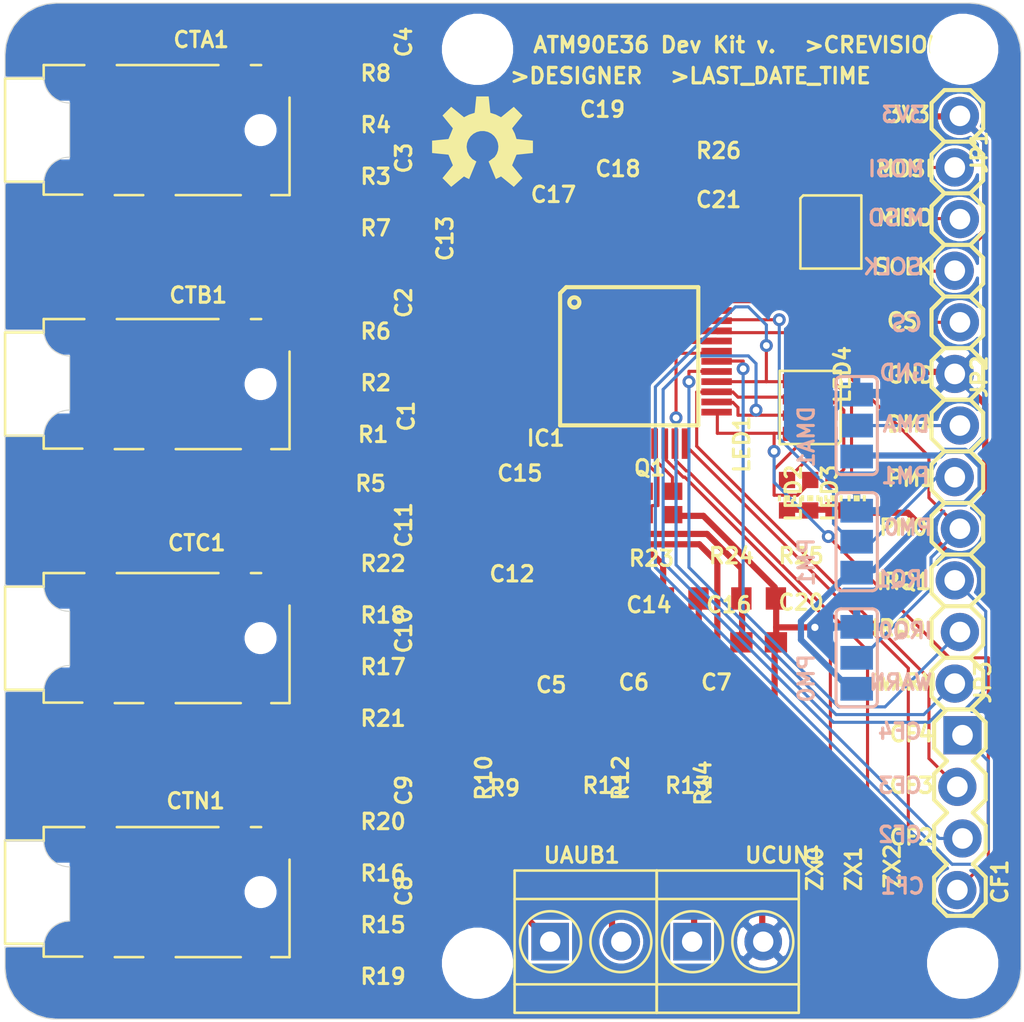
<source format=kicad_pcb>
(kicad_pcb (version 20171130) (host pcbnew "(5.1.5)-3")
  (layers (0 Top signal) (31 Bottom signal) (34 B.Paste user) (35 F.Paste user) (36 B.SilkS user) (37 F.SilkS user) (38 B.Mask user hide) (39 F.Mask user hide) (44 Edge.Cuts user))
  (net 0 "")
  (net 1 GND)
  (net 2 VDD)
  (net 3 /IBN)
  (net 4 /IBP)
  (net 5 /IAN)
  (net 6 /IAP)
  (net 7 /VAP)
  (net 8 /VBP)
  (net 9 /VCP)
  (net 10 /INN)
  (net 11 /INP)
  (net 12 /ICN)
  (net 13 /ICP)
  (net 14 "Net-(C12-Pad1)")
  (net 15 "Net-(C14-Pad1)")
  (net 16 "Net-(C16-Pad1)")
  (net 17 "Net-(C18-Pad2)")
  (net 18 "Net-(C20-Pad1)")
  (net 19 "Net-(C21-Pad2)")
  (net 20 /IA-)
  (net 21 "Net-(CTA1-PadR)")
  (net 22 "Net-(CTA1-PadRS)")
  (net 23 "Net-(CTA1-PadCOM2)")
  (net 24 /IA+)
  (net 25 "Net-(CTA1-PadLS)")
  (net 26 "Net-(CTB1-PadLS)")
  (net 27 /IB+)
  (net 28 "Net-(CTB1-PadCOM2)")
  (net 29 "Net-(CTB1-PadRS)")
  (net 30 "Net-(CTB1-PadR)")
  (net 31 /IB-)
  (net 32 "Net-(CTC1-PadLS)")
  (net 33 /IC+)
  (net 34 "Net-(CTC1-PadCOM2)")
  (net 35 "Net-(CTC1-PadRS)")
  (net 36 "Net-(CTC1-PadR)")
  (net 37 /IC-)
  (net 38 /IN-)
  (net 39 "Net-(CTN1-PadR)")
  (net 40 "Net-(CTN1-PadRS)")
  (net 41 "Net-(CTN1-PadCOM2)")
  (net 42 /IN+)
  (net 43 "Net-(CTN1-PadLS)")
  (net 44 /DMA)
  (net 45 "Net-(IC1-Pad20)")
  (net 46 "Net-(IC1-Pad21)")
  (net 47 "Net-(IC1-Pad22)")
  (net 48 "Net-(IC1-Pad23)")
  (net 49 "Net-(IC1-Pad24)")
  (net 50 /CF1)
  (net 51 /CF2)
  (net 52 /CF3)
  (net 53 /CF4)
  (net 54 /WARN)
  (net 55 /IRQ2)
  (net 56 /IRQ1)
  (net 57 /PM0)
  (net 58 /PM1)
  (net 59 "Net-(IC1-Pad35)")
  (net 60 /~CS)
  (net 61 /SCLK)
  (net 62 /MISO)
  (net 63 /MOSI)
  (net 64 "Net-(IC1-Pad45)")
  (net 65 "Net-(IC1-Pad46)")
  (net 66 "Net-(LED1-PadA)")
  (net 67 "Net-(LED2-PadA)")
  (net 68 "Net-(LED3-PadA)")
  (net 69 "Net-(LED4-PadA)")
  (net 70 /UA)
  (net 71 /UB)
  (net 72 /UC)
  (module ATM90E36_Breakout:AUDIO6P-SMD-3.5-14.0X6.4X5.0MM (layer Top) (at 123.5011 86.2536 180)
    (fp_text reference CTA1 (at -8.193 4.002) (layer F.SilkS) (effects (font (size 0.76 0.76) (thickness 0.152)) (justify left bottom)))
    (fp_text value ST-PJ-312)
    (pad "" np_thru_hole circle (at -12.573 0 180) (size 1.27 1.27) (drill 1.27) (layers *.Cu *.Mask))
    (pad COM1 smd rect (at -4.572 -3.937 270) (size 2.286 1.27) (layers Top F.Paste F.Mask) (net 20 /IA-))
    (pad R smd rect (at -7.62 -3.937 270) (size 2.286 1.27) (layers Top F.Paste F.Mask) (net 21 "Net-(CTA1-PadR)"))
    (pad RS smd rect (at -12.319 -3.937 270) (size 2.286 1.27) (layers Top F.Paste F.Mask) (net 22 "Net-(CTA1-PadRS)"))
    (pad COM2 smd rect (at -4.699 3.683 270) (size 2.794 1.27) (layers Top F.Paste F.Mask) (net 23 "Net-(CTA1-PadCOM2)"))
    (pad L smd rect (at -11.303 3.937 270) (size 2.286 1.27) (layers Top F.Paste F.Mask) (net 24 /IA+))
    (pad LS smd rect (at -13.335 3.429 270) (size 3.302 1.27) (layers Top F.Paste F.Mask) (net 25 "Net-(CTA1-PadLS)"))
  )
  (module ATM90E36_Breakout:AUDIO6P-SMD-3.5-14.0X6.4X5.0MM (layer Top) (at 123.5011 98.7536 180)
    (fp_text reference CTB1 (at -7.993 3.929) (layer F.SilkS) (effects (font (size 0.76 0.76) (thickness 0.152)) (justify left bottom)))
    (fp_text value ST-PJ-312)
    (pad "" np_thru_hole circle (at -12.573 0 180) (size 1.27 1.27) (drill 1.27) (layers *.Cu *.Mask))
    (pad COM1 smd rect (at -4.572 -3.937 270) (size 2.286 1.27) (layers Top F.Paste F.Mask) (net 31 /IB-))
    (pad R smd rect (at -7.62 -3.937 270) (size 2.286 1.27) (layers Top F.Paste F.Mask) (net 30 "Net-(CTB1-PadR)"))
    (pad RS smd rect (at -12.319 -3.937 270) (size 2.286 1.27) (layers Top F.Paste F.Mask) (net 29 "Net-(CTB1-PadRS)"))
    (pad COM2 smd rect (at -4.699 3.683 270) (size 2.794 1.27) (layers Top F.Paste F.Mask) (net 28 "Net-(CTB1-PadCOM2)"))
    (pad L smd rect (at -11.303 3.937 270) (size 2.286 1.27) (layers Top F.Paste F.Mask) (net 27 /IB+))
    (pad LS smd rect (at -13.335 3.429 270) (size 3.302 1.27) (layers Top F.Paste F.Mask) (net 26 "Net-(CTB1-PadLS)"))
  )
  (module ATM90E36_Breakout:AUDIO6P-SMD-3.5-14.0X6.4X5.0MM (layer Top) (at 123.5011 111.2536 180)
    (fp_text reference CTC1 (at -7.92 4.237) (layer F.SilkS) (effects (font (size 0.76 0.76) (thickness 0.152)) (justify left bottom)))
    (fp_text value ST-PJ-312)
    (pad "" np_thru_hole circle (at -12.573 0 180) (size 1.27 1.27) (drill 1.27) (layers *.Cu *.Mask))
    (pad COM1 smd rect (at -4.572 -3.937 270) (size 2.286 1.27) (layers Top F.Paste F.Mask) (net 37 /IC-))
    (pad R smd rect (at -7.62 -3.937 270) (size 2.286 1.27) (layers Top F.Paste F.Mask) (net 36 "Net-(CTC1-PadR)"))
    (pad RS smd rect (at -12.319 -3.937 270) (size 2.286 1.27) (layers Top F.Paste F.Mask) (net 35 "Net-(CTC1-PadRS)"))
    (pad COM2 smd rect (at -4.699 3.683 270) (size 2.794 1.27) (layers Top F.Paste F.Mask) (net 34 "Net-(CTC1-PadCOM2)"))
    (pad L smd rect (at -11.303 3.937 270) (size 2.286 1.27) (layers Top F.Paste F.Mask) (net 33 /IC+))
    (pad LS smd rect (at -13.335 3.429 270) (size 3.302 1.27) (layers Top F.Paste F.Mask) (net 32 "Net-(CTC1-PadLS)"))
  )
  (module ATM90E36_Breakout:AUDIO6P-SMD-3.5-14.0X6.4X5.0MM (layer Top) (at 123.5011 123.7536 180)
    (fp_text reference CTN1 (at -7.847 4.037) (layer F.SilkS) (effects (font (size 0.76 0.76) (thickness 0.152)) (justify left bottom)))
    (fp_text value ST-PJ-312)
    (pad "" np_thru_hole circle (at -12.573 0 180) (size 1.27 1.27) (drill 1.27) (layers *.Cu *.Mask))
    (pad COM1 smd rect (at -4.572 -3.937 270) (size 2.286 1.27) (layers Top F.Paste F.Mask) (net 38 /IN-))
    (pad R smd rect (at -7.62 -3.937 270) (size 2.286 1.27) (layers Top F.Paste F.Mask) (net 39 "Net-(CTN1-PadR)"))
    (pad RS smd rect (at -12.319 -3.937 270) (size 2.286 1.27) (layers Top F.Paste F.Mask) (net 40 "Net-(CTN1-PadRS)"))
    (pad COM2 smd rect (at -4.699 3.683 270) (size 2.794 1.27) (layers Top F.Paste F.Mask) (net 41 "Net-(CTN1-PadCOM2)"))
    (pad L smd rect (at -11.303 3.937 270) (size 2.286 1.27) (layers Top F.Paste F.Mask) (net 42 /IN+))
    (pad LS smd rect (at -13.335 3.429 270) (size 3.302 1.27) (layers Top F.Paste F.Mask) (net 43 "Net-(CTN1-PadLS)"))
  )
  (module "" (layer Top) (at 146.7511 82.2786)
    (fp_text reference @HOLE0 hide)
    (fp_text value "" (at 0 0) (layer F.SilkS) (effects (font (size 1.27 1.27))))
    (pad "" np_thru_hole circle (at 0 0) (size 3.2 3.2) (drill 3.2) (layers *.Cu *.Mask))
  )
  (module "" (layer Top) (at 170.6261 82.2786)
    (fp_text reference @HOLE1 hide)
    (fp_text value "" (at 0 0) (layer F.SilkS) (effects (font (size 1.27 1.27))))
    (pad "" np_thru_hole circle (at 0 0) (size 3.2 3.2) (drill 3.2) (layers *.Cu *.Mask))
  )
  (module "" (layer Top) (at 170.6261 127.2536)
    (fp_text reference @HOLE2 hide)
    (fp_text value "" (at 0 0) (layer F.SilkS) (effects (font (size 1.27 1.27))))
    (pad "" np_thru_hole circle (at 0 0) (size 3.2 3.2) (drill 3.2) (layers *.Cu *.Mask))
  )
  (module "" (layer Top) (at 146.7511 127.2536)
    (fp_text reference @HOLE3 hide)
    (fp_text value "" (at 0 0) (layer F.SilkS) (effects (font (size 1.27 1.27))))
    (pad "" np_thru_hole circle (at 0 0) (size 3.2 3.2) (drill 3.2) (layers *.Cu *.Mask))
  )
  (module C0603 (layer Top) (at 142.8051 96.3486 270)
    (fp_text reference C2 (at -0.762 -0.762 90) (layer F.SilkS) (effects (font (size 0.76 0.76) (thickness 0.152)) (justify left bottom)))
    (fp_text value 18n)
    (pad 2 smd rect (at 0.85 0 270) (size 1.1 1) (layers Top F.Paste F.Mask) (net 1 GND))
    (pad 1 smd rect (at -0.85 0 270) (size 1.1 1) (layers Top F.Paste F.Mask) (net 4 /IBP))
  )
  (module C0603 (layer Top) (at 142.8051 102.0636 270)
    (fp_text reference C1 (at -0.889 -0.889 90) (layer F.SilkS) (effects (font (size 0.76 0.76) (thickness 0.152)) (justify left bottom)))
    (fp_text value 18n)
    (pad 2 smd rect (at 0.85 0 270) (size 1.1 1) (layers Top F.Paste F.Mask) (net 3 /IBN))
    (pad 1 smd rect (at -0.85 0 270) (size 1.1 1) (layers Top F.Paste F.Mask) (net 1 GND))
  )
  (module C0603 (layer Top) (at 142.8051 83.6486 270)
    (fp_text reference C4 (at -0.889 -0.762 90) (layer F.SilkS) (effects (font (size 0.76 0.76) (thickness 0.152)) (justify left bottom)))
    (fp_text value 18n)
    (pad 2 smd rect (at 0.85 0 270) (size 1.1 1) (layers Top F.Paste F.Mask) (net 1 GND))
    (pad 1 smd rect (at -0.85 0 270) (size 1.1 1) (layers Top F.Paste F.Mask) (net 6 /IAP))
  )
  (module C0603 (layer Top) (at 142.8051 89.3636 270)
    (fp_text reference C3 (at -0.889 -0.762 90) (layer F.SilkS) (effects (font (size 0.76 0.76) (thickness 0.152)) (justify left bottom)))
    (fp_text value 18n)
    (pad 2 smd rect (at 0.85 0 270) (size 1.1 1) (layers Top F.Paste F.Mask) (net 5 /IAN))
    (pad 1 smd rect (at -0.85 0 270) (size 1.1 1) (layers Top F.Paste F.Mask) (net 1 GND))
  )
  (module C0603 (layer Top) (at 142.8051 107.7786 270)
    (fp_text reference C11 (at -0.889 -0.762 90) (layer F.SilkS) (effects (font (size 0.76 0.76) (thickness 0.152)) (justify left bottom)))
    (fp_text value 18n)
    (pad 2 smd rect (at 0.85 0 270) (size 1.1 1) (layers Top F.Paste F.Mask) (net 1 GND))
    (pad 1 smd rect (at -0.85 0 270) (size 1.1 1) (layers Top F.Paste F.Mask) (net 13 /ICP))
  )
  (module C0603 (layer Top) (at 142.8051 112.9856 270)
    (fp_text reference C10 (at -0.889 -0.762 90) (layer F.SilkS) (effects (font (size 0.76 0.76) (thickness 0.152)) (justify left bottom)))
    (fp_text value 18n)
    (pad 2 smd rect (at 0.85 0 270) (size 1.1 1) (layers Top F.Paste F.Mask) (net 12 /ICN))
    (pad 1 smd rect (at -0.85 0 270) (size 1.1 1) (layers Top F.Paste F.Mask) (net 1 GND))
  )
  (module OSHW-LOGO-M (layer Top) (at 146.9961 87.0776)
    (fp_text reference LOGO1 hide)
    (fp_text value OSHW-LOGOM hide)
  )
  (module R0603 (layer Top) (at 140.0111 95.7136)
    (fp_text reference R6 (at 0.889 0.889) (layer F.SilkS) (effects (font (size 0.76 0.76) (thickness 0.152)) (justify left bottom)))
    (fp_text value 1K)
    (pad 2 smd rect (at 0.85 0) (size 1 1.1) (layers Top F.Paste F.Mask) (net 4 /IBP))
    (pad 1 smd rect (at -0.85 0) (size 1 1.1) (layers Top F.Paste F.Mask) (net 27 /IB+))
  )
  (module R0603 (layer Top) (at 140.0111 109.6836 180)
    (fp_text reference R18 (at -0.889 -0.889) (layer F.SilkS) (effects (font (size 0.76 0.76) (thickness 0.152)) (justify left bottom)))
    (fp_text value 2.4R)
    (pad 2 smd rect (at 0.85 0 180) (size 1 1.1) (layers Top F.Paste F.Mask) (net 33 /IC+))
    (pad 1 smd rect (at -0.85 0 180) (size 1 1.1) (layers Top F.Paste F.Mask) (net 1 GND))
  )
  (module R0603 (layer Top) (at 140.0111 112.2236 180)
    (fp_text reference R17 (at -0.889 -0.889) (layer F.SilkS) (effects (font (size 0.76 0.76) (thickness 0.152)) (justify left bottom)))
    (fp_text value 2.4R)
    (pad 2 smd rect (at 0.85 0 180) (size 1 1.1) (layers Top F.Paste F.Mask) (net 37 /IC-))
    (pad 1 smd rect (at -0.85 0 180) (size 1 1.1) (layers Top F.Paste F.Mask) (net 1 GND))
  )
  (module R0603 (layer Top) (at 140.0111 114.7636)
    (fp_text reference R21 (at 0.889 0.889) (layer F.SilkS) (effects (font (size 0.76 0.76) (thickness 0.152)) (justify left bottom)))
    (fp_text value 1K)
    (pad 2 smd rect (at 0.85 0) (size 1 1.1) (layers Top F.Paste F.Mask) (net 12 /ICN))
    (pad 1 smd rect (at -0.85 0) (size 1 1.1) (layers Top F.Paste F.Mask) (net 37 /IC-))
  )
  (module R0603 (layer Top) (at 140.0111 98.2536 180)
    (fp_text reference R2 (at -0.889 -0.889) (layer F.SilkS) (effects (font (size 0.76 0.76) (thickness 0.152)) (justify left bottom)))
    (fp_text value 2.4R)
    (pad 2 smd rect (at 0.85 0 180) (size 1 1.1) (layers Top F.Paste F.Mask) (net 27 /IB+))
    (pad 1 smd rect (at -0.85 0 180) (size 1 1.1) (layers Top F.Paste F.Mask) (net 1 GND))
  )
  (module R0603 (layer Top) (at 140.0111 83.0136)
    (fp_text reference R8 (at 0.889 0.889) (layer F.SilkS) (effects (font (size 0.76 0.76) (thickness 0.152)) (justify left bottom)))
    (fp_text value 1K)
    (pad 2 smd rect (at 0.85 0) (size 1 1.1) (layers Top F.Paste F.Mask) (net 6 /IAP))
    (pad 1 smd rect (at -0.85 0) (size 1 1.1) (layers Top F.Paste F.Mask) (net 24 /IA+))
  )
  (module R0603 (layer Top) (at 140.0111 100.7936 180)
    (fp_text reference R1 (at -0.762 -0.889) (layer F.SilkS) (effects (font (size 0.76 0.76) (thickness 0.152)) (justify left bottom)))
    (fp_text value 2.4R)
    (pad 2 smd rect (at 0.85 0 180) (size 1 1.1) (layers Top F.Paste F.Mask) (net 31 /IB-))
    (pad 1 smd rect (at -0.85 0 180) (size 1 1.1) (layers Top F.Paste F.Mask) (net 1 GND))
  )
  (module R0603 (layer Top) (at 140.0111 103.3336)
    (fp_text reference R5 (at 0.635 0.762) (layer F.SilkS) (effects (font (size 0.76 0.76) (thickness 0.152)) (justify left bottom)))
    (fp_text value 1K)
    (pad 2 smd rect (at 0.85 0) (size 1 1.1) (layers Top F.Paste F.Mask) (net 3 /IBN))
    (pad 1 smd rect (at -0.85 0) (size 1 1.1) (layers Top F.Paste F.Mask) (net 31 /IB-))
  )
  (module R0603 (layer Top) (at 140.0111 85.5536 180)
    (fp_text reference R4 (at -0.889 -0.889) (layer F.SilkS) (effects (font (size 0.76 0.76) (thickness 0.152)) (justify left bottom)))
    (fp_text value 2.4R)
    (pad 2 smd rect (at 0.85 0 180) (size 1 1.1) (layers Top F.Paste F.Mask) (net 24 /IA+))
    (pad 1 smd rect (at -0.85 0 180) (size 1 1.1) (layers Top F.Paste F.Mask) (net 1 GND))
  )
  (module R0603 (layer Top) (at 140.0111 88.0936 180)
    (fp_text reference R3 (at -0.889 -0.889) (layer F.SilkS) (effects (font (size 0.76 0.76) (thickness 0.152)) (justify left bottom)))
    (fp_text value 2.4R)
    (pad 2 smd rect (at 0.85 0 180) (size 1 1.1) (layers Top F.Paste F.Mask) (net 20 /IA-))
    (pad 1 smd rect (at -0.85 0 180) (size 1 1.1) (layers Top F.Paste F.Mask) (net 1 GND))
  )
  (module R0603 (layer Top) (at 140.0111 90.6336)
    (fp_text reference R7 (at 0.889 0.889) (layer F.SilkS) (effects (font (size 0.76 0.76) (thickness 0.152)) (justify left bottom)))
    (fp_text value 1K)
    (pad 2 smd rect (at 0.85 0) (size 1 1.1) (layers Top F.Paste F.Mask) (net 5 /IAN))
    (pad 1 smd rect (at -0.85 0) (size 1 1.1) (layers Top F.Paste F.Mask) (net 20 /IA-))
  )
  (module R0603 (layer Top) (at 140.0111 107.1436)
    (fp_text reference R22 (at 0.889 0.889) (layer F.SilkS) (effects (font (size 0.76 0.76) (thickness 0.152)) (justify left bottom)))
    (fp_text value 1K)
    (pad 2 smd rect (at 0.85 0) (size 1 1.1) (layers Top F.Paste F.Mask) (net 13 /ICP))
    (pad 1 smd rect (at -0.85 0) (size 1 1.1) (layers Top F.Paste F.Mask) (net 33 /IC+))
  )
  (module TQFP48 (layer Top) (at 154.2161 97.3836)
    (fp_text reference IC1 (at -5.133 4.4789) (layer F.SilkS) (effects (font (size 0.76 0.76) (thickness 0.152)) (justify left bottom)))
    (fp_text value ATM90E36)
    (pad 48 smd rect (at -2.75 -4.3) (size 0.3302 1.4986) (layers Top F.Paste F.Mask) (net 2 VDD))
    (pad 47 smd rect (at -2.25 -4.3) (size 0.3302 1.4986) (layers Top F.Paste F.Mask) (net 1 GND))
    (pad 46 smd rect (at -1.75 -4.3) (size 0.3302 1.4986) (layers Top F.Paste F.Mask) (net 65 "Net-(IC1-Pad46)"))
    (pad 45 smd rect (at -1.25 -4.3) (size 0.3302 1.4986) (layers Top F.Paste F.Mask) (net 64 "Net-(IC1-Pad45)"))
    (pad 44 smd rect (at -0.75 -4.3) (size 0.3302 1.4986) (layers Top F.Paste F.Mask) (net 1 GND))
    (pad 43 smd rect (at -0.25 -4.3) (size 0.3302 1.4986) (layers Top F.Paste F.Mask) (net 17 "Net-(C18-Pad2)"))
    (pad 42 smd rect (at 0.25 -4.3) (size 0.3302 1.4986) (layers Top F.Paste F.Mask) (net 17 "Net-(C18-Pad2)"))
    (pad 41 smd rect (at 0.75 -4.3) (size 0.3302 1.4986) (layers Top F.Paste F.Mask) (net 19 "Net-(C21-Pad2)"))
    (pad 40 smd rect (at 1.25 -4.3) (size 0.3302 1.4986) (layers Top F.Paste F.Mask) (net 63 /MOSI))
    (pad 39 smd rect (at 1.75 -4.3) (size 0.3302 1.4986) (layers Top F.Paste F.Mask) (net 62 /MISO))
    (pad 38 smd rect (at 2.25 -4.3) (size 0.3302 1.4986) (layers Top F.Paste F.Mask) (net 61 /SCLK))
    (pad 37 smd rect (at 2.75 -4.3) (size 0.3302 1.4986) (layers Top F.Paste F.Mask) (net 60 /~CS))
    (pad 36 smd rect (at 4.3 -2.75) (size 1.4986 0.3302) (layers Top F.Paste F.Mask) (net 44 /DMA))
    (pad 35 smd rect (at 4.3 -2.25) (size 1.4986 0.3302) (layers Top F.Paste F.Mask) (net 59 "Net-(IC1-Pad35)"))
    (pad 34 smd rect (at 4.3 -1.75) (size 1.4986 0.3302) (layers Top F.Paste F.Mask) (net 58 /PM1))
    (pad 33 smd rect (at 4.3 -1.25) (size 1.4986 0.3302) (layers Top F.Paste F.Mask) (net 57 /PM0))
    (pad 32 smd rect (at 4.3 -0.75) (size 1.4986 0.3302) (layers Top F.Paste F.Mask) (net 1 GND))
    (pad 31 smd rect (at 4.3 -0.25) (size 1.4986 0.3302) (layers Top F.Paste F.Mask) (net 56 /IRQ1))
    (pad 30 smd rect (at 4.3 0.25) (size 1.4986 0.3302) (layers Top F.Paste F.Mask) (net 55 /IRQ2))
    (pad 29 smd rect (at 4.3 0.75) (size 1.4986 0.3302) (layers Top F.Paste F.Mask) (net 54 /WARN))
    (pad 28 smd rect (at 4.3 1.25) (size 1.4986 0.3302) (layers Top F.Paste F.Mask) (net 53 /CF4))
    (pad 27 smd rect (at 4.3 1.75) (size 1.4986 0.3302) (layers Top F.Paste F.Mask) (net 52 /CF3))
    (pad 26 smd rect (at 4.3 2.25) (size 1.4986 0.3302) (layers Top F.Paste F.Mask) (net 51 /CF2))
    (pad 25 smd rect (at 4.3 2.75) (size 1.4986 0.3302) (layers Top F.Paste F.Mask) (net 50 /CF1))
    (pad 24 smd rect (at 2.75 4.3) (size 0.3302 1.4986) (layers Top F.Paste F.Mask) (net 49 "Net-(IC1-Pad24)"))
    (pad 23 smd rect (at 2.25 4.3) (size 0.3302 1.4986) (layers Top F.Paste F.Mask) (net 48 "Net-(IC1-Pad23)"))
    (pad 22 smd rect (at 1.75 4.3) (size 0.3302 1.4986) (layers Top F.Paste F.Mask) (net 47 "Net-(IC1-Pad22)"))
    (pad 21 smd rect (at 1.25 4.3) (size 0.3302 1.4986) (layers Top F.Paste F.Mask) (net 46 "Net-(IC1-Pad21)"))
    (pad 20 smd rect (at 0.75 4.3) (size 0.3302 1.4986) (layers Top F.Paste F.Mask) (net 45 "Net-(IC1-Pad20)"))
    (pad 19 smd rect (at 0.25 4.3) (size 0.3302 1.4986) (layers Top F.Paste F.Mask) (net 1 GND))
    (pad 18 smd rect (at -0.25 4.3) (size 0.3302 1.4986) (layers Top F.Paste F.Mask) (net 18 "Net-(C20-Pad1)"))
    (pad 17 smd rect (at -0.75 4.3) (size 0.3302 1.4986) (layers Top F.Paste F.Mask) (net 9 /VCP))
    (pad 16 smd rect (at -1.25 4.3) (size 0.3302 1.4986) (layers Top F.Paste F.Mask) (net 16 "Net-(C16-Pad1)"))
    (pad 15 smd rect (at -1.75 4.3) (size 0.3302 1.4986) (layers Top F.Paste F.Mask) (net 8 /VBP))
    (pad 14 smd rect (at -2.25 4.3) (size 0.3302 1.4986) (layers Top F.Paste F.Mask) (net 15 "Net-(C14-Pad1)"))
    (pad 13 smd rect (at -2.75 4.3) (size 0.3302 1.4986) (layers Top F.Paste F.Mask) (net 7 /VAP))
    (pad 12 smd rect (at -4.3 2.75) (size 1.4986 0.3302) (layers Top F.Paste F.Mask) (net 1 GND))
    (pad 11 smd rect (at -4.3 2.25) (size 1.4986 0.3302) (layers Top F.Paste F.Mask) (net 14 "Net-(C12-Pad1)"))
    (pad 10 smd rect (at -4.3 1.75) (size 1.4986 0.3302) (layers Top F.Paste F.Mask) (net 10 /INN))
    (pad 9 smd rect (at -4.3 1.25) (size 1.4986 0.3302) (layers Top F.Paste F.Mask) (net 11 /INP))
    (pad 8 smd rect (at -4.3 0.75) (size 1.4986 0.3302) (layers Top F.Paste F.Mask) (net 12 /ICN))
    (pad 7 smd rect (at -4.3 0.25) (size 1.4986 0.3302) (layers Top F.Paste F.Mask) (net 13 /ICP))
    (pad 6 smd rect (at -4.3 -0.25) (size 1.4986 0.3302) (layers Top F.Paste F.Mask) (net 3 /IBN))
    (pad 5 smd rect (at -4.3 -0.75) (size 1.4986 0.3302) (layers Top F.Paste F.Mask) (net 4 /IBP))
    (pad 4 smd rect (at -4.3 -1.25) (size 1.4986 0.3302) (layers Top F.Paste F.Mask) (net 5 /IAN))
    (pad 3 smd rect (at -4.3 -1.75) (size 1.4986 0.3302) (layers Top F.Paste F.Mask) (net 6 /IAP))
    (pad 2 smd rect (at -4.3 -2.25) (size 1.4986 0.3302) (layers Top F.Paste F.Mask) (net 1 GND))
    (pad 1 smd rect (at -4.3 -2.75) (size 1.4986 0.3302) (layers Top F.Paste F.Mask) (net 2 VDD))
  )
  (module R0603 (layer Top) (at 152.9651 109.3026 180)
    (fp_text reference R23 (at -1.143 1.524) (layer F.SilkS) (effects (font (size 0.76 0.76) (thickness 0.152)) (justify left bottom)))
    (fp_text value 1K)
    (pad 2 smd rect (at 0.85 0 180) (size 1 1.1) (layers Top F.Paste F.Mask) (net 15 "Net-(C14-Pad1)"))
    (pad 1 smd rect (at -0.85 0 180) (size 1 1.1) (layers Top F.Paste F.Mask) (net 1 GND))
  )
  (module R0603 (layer Top) (at 156.7751 109.3026 180)
    (fp_text reference R24 (at -1.27 1.651) (layer F.SilkS) (effects (font (size 0.76 0.76) (thickness 0.152)) (justify left bottom)))
    (fp_text value 1K)
    (pad 2 smd rect (at 0.85 0 180) (size 1 1.1) (layers Top F.Paste F.Mask) (net 16 "Net-(C16-Pad1)"))
    (pad 1 smd rect (at -0.85 0 180) (size 1 1.1) (layers Top F.Paste F.Mask) (net 1 GND))
  )
  (module R0603 (layer Top) (at 160.5851 109.3026 180)
    (fp_text reference R25 (at -0.889 1.651) (layer F.SilkS) (effects (font (size 0.76 0.76) (thickness 0.152)) (justify left bottom)))
    (fp_text value 1K)
    (pad 2 smd rect (at 0.85 0 180) (size 1 1.1) (layers Top F.Paste F.Mask) (net 18 "Net-(C20-Pad1)"))
    (pad 1 smd rect (at -0.85 0 180) (size 1 1.1) (layers Top F.Paste F.Mask) (net 1 GND))
  )
  (module C0603 (layer Top) (at 152.9651 111.4616)
    (fp_text reference C14 (at 1.016 -1.397) (layer F.SilkS) (effects (font (size 0.76 0.76) (thickness 0.152)) (justify left bottom)))
    (fp_text value 18n)
    (pad 2 smd rect (at 0.85 0) (size 1.1 1) (layers Top F.Paste F.Mask) (net 1 GND))
    (pad 1 smd rect (at -0.85 0) (size 1.1 1) (layers Top F.Paste F.Mask) (net 15 "Net-(C14-Pad1)"))
  )
  (module C0603 (layer Top) (at 156.7751 111.4616)
    (fp_text reference C16 (at 1.143 -1.397) (layer F.SilkS) (effects (font (size 0.76 0.76) (thickness 0.152)) (justify left bottom)))
    (fp_text value 18n)
    (pad 2 smd rect (at 0.85 0) (size 1.1 1) (layers Top F.Paste F.Mask) (net 1 GND))
    (pad 1 smd rect (at -0.85 0) (size 1.1 1) (layers Top F.Paste F.Mask) (net 16 "Net-(C16-Pad1)"))
  )
  (module C0603 (layer Top) (at 160.5851 111.4616)
    (fp_text reference C20 (at 0.889 -1.524) (layer F.SilkS) (effects (font (size 0.76 0.76) (thickness 0.152)) (justify left bottom)))
    (fp_text value 18n)
    (pad 2 smd rect (at 0.85 0) (size 1.1 1) (layers Top F.Paste F.Mask) (net 1 GND))
    (pad 1 smd rect (at -0.85 0) (size 1.1 1) (layers Top F.Paste F.Mask) (net 18 "Net-(C20-Pad1)"))
  )
  (module C0603 (layer Top) (at 148.5201 104.3496)
    (fp_text reference C15 (at -0.889 -0.762) (layer F.SilkS) (effects (font (size 0.76 0.76) (thickness 0.152)) (justify left bottom)))
    (fp_text value 100n)
    (pad 2 smd rect (at 0.85 0) (size 1.1 1) (layers Top F.Paste F.Mask) (net 1 GND))
    (pad 1 smd rect (at -0.85 0) (size 1.1 1) (layers Top F.Paste F.Mask) (net 14 "Net-(C12-Pad1)"))
  )
  (module C0603 (layer Top) (at 147.3771 93.6816 90)
    (fp_text reference C13 (at 0.889 -1.778 90) (layer F.SilkS) (effects (font (size 0.76 0.76) (thickness 0.152)) (justify left bottom)))
    (fp_text value 100n)
    (pad 2 smd rect (at 0.85 0 90) (size 1.1 1) (layers Top F.Paste F.Mask) (net 2 VDD))
    (pad 1 smd rect (at -0.85 0 90) (size 1.1 1) (layers Top F.Paste F.Mask) (net 1 GND))
  )
  (module C0603 (layer Top) (at 150.1711 90.6336)
    (fp_text reference C17 (at -0.889 -0.762) (layer F.SilkS) (effects (font (size 0.76 0.76) (thickness 0.152)) (justify left bottom)))
    (fp_text value 100n)
    (pad 2 smd rect (at 0.85 0) (size 1.1 1) (layers Top F.Paste F.Mask) (net 1 GND))
    (pad 1 smd rect (at -0.85 0) (size 1.1 1) (layers Top F.Paste F.Mask) (net 2 VDD))
  )
  (module C0603 (layer Top) (at 153.3461 89.3636)
    (fp_text reference C18 (at -0.889 -0.762) (layer F.SilkS) (effects (font (size 0.76 0.76) (thickness 0.152)) (justify left bottom)))
    (fp_text value 100n)
    (pad 2 smd rect (at 0.85 0) (size 1.1 1) (layers Top F.Paste F.Mask) (net 17 "Net-(C18-Pad2)"))
    (pad 1 smd rect (at -0.85 0) (size 1.1 1) (layers Top F.Paste F.Mask) (net 1 GND))
  )
  (module C0805 (layer Top) (at 152.7111 86.8236)
    (fp_text reference C19 (at -1.016 -1.143) (layer F.SilkS) (effects (font (size 0.76 0.76) (thickness 0.152)) (justify left bottom)))
    (fp_text value 10u)
    (pad 2 smd rect (at 0.85 0) (size 1.3 1.5) (layers Top F.Paste F.Mask) (net 17 "Net-(C18-Pad2)"))
    (pad 1 smd rect (at -0.85 0) (size 1.3 1.5) (layers Top F.Paste F.Mask) (net 1 GND))
  )
  (module R0603 (layer Top) (at 156.5211 86.8236 180)
    (fp_text reference R26 (at -0.889 -0.889) (layer F.SilkS) (effects (font (size 0.76 0.76) (thickness 0.152)) (justify left bottom)))
    (fp_text value 10K)
    (pad 2 smd rect (at 0.85 0 180) (size 1 1.1) (layers Top F.Paste F.Mask) (net 19 "Net-(C21-Pad2)"))
    (pad 1 smd rect (at -0.85 0 180) (size 1 1.1) (layers Top F.Paste F.Mask) (net 2 VDD))
  )
  (module C0603 (layer Top) (at 156.5211 89.3636 180)
    (fp_text reference C21 (at -0.889 -0.762) (layer F.SilkS) (effects (font (size 0.76 0.76) (thickness 0.152)) (justify left bottom)))
    (fp_text value 100n)
    (pad 2 smd rect (at 0.85 0 180) (size 1.1 1) (layers Top F.Paste F.Mask) (net 19 "Net-(C21-Pad2)"))
    (pad 1 smd rect (at -0.85 0 180) (size 1.1 1) (layers Top F.Paste F.Mask) (net 1 GND))
  )
  (module C0805 (layer Top) (at 148.2661 106.6356)
    (fp_text reference C12 (at -1.016 1.905) (layer F.SilkS) (effects (font (size 0.76 0.76) (thickness 0.152)) (justify left bottom)))
    (fp_text value 10u)
    (pad 2 smd rect (at 0.85 0) (size 1.3 1.5) (layers Top F.Paste F.Mask) (net 1 GND))
    (pad 1 smd rect (at -0.85 0) (size 1.3 1.5) (layers Top F.Paste F.Mask) (net 14 "Net-(C12-Pad1)"))
  )
  (module R0603 (layer Top) (at 148.7741 117.5576)
    (fp_text reference R9 (at -1.524 1.524) (layer F.SilkS) (effects (font (size 0.76 0.76) (thickness 0.152)) (justify left bottom)))
    (fp_text value 1K)
    (pad 2 smd rect (at 0.85 0) (size 1 1.1) (layers Top F.Paste F.Mask) (net 7 /VAP))
    (pad 1 smd rect (at -0.85 0) (size 1 1.1) (layers Top F.Paste F.Mask) (net 1 GND))
  )
  (module R0603 (layer Top) (at 152.8381 117.4306)
    (fp_text reference R11 (at -1.016 1.524) (layer F.SilkS) (effects (font (size 0.76 0.76) (thickness 0.152)) (justify left bottom)))
    (fp_text value 1K)
    (pad 2 smd rect (at 0.85 0) (size 1 1.1) (layers Top F.Paste F.Mask) (net 8 /VBP))
    (pad 1 smd rect (at -0.85 0) (size 1 1.1) (layers Top F.Paste F.Mask) (net 1 GND))
  )
  (module R0603 (layer Top) (at 156.7751 117.4306)
    (fp_text reference R13 (at -0.889 1.524) (layer F.SilkS) (effects (font (size 0.76 0.76) (thickness 0.152)) (justify left bottom)))
    (fp_text value 1K)
    (pad 2 smd rect (at 0.85 0) (size 1 1.1) (layers Top F.Paste F.Mask) (net 9 /VCP))
    (pad 1 smd rect (at -0.85 0) (size 1 1.1) (layers Top F.Paste F.Mask) (net 1 GND))
  )
  (module C0603 (layer Top) (at 148.7741 115.3986 180)
    (fp_text reference C5 (at -0.762 1.397) (layer F.SilkS) (effects (font (size 0.76 0.76) (thickness 0.152)) (justify left bottom)))
    (fp_text value 18n)
    (pad 2 smd rect (at 0.85 0 180) (size 1.1 1) (layers Top F.Paste F.Mask) (net 1 GND))
    (pad 1 smd rect (at -0.85 0 180) (size 1.1 1) (layers Top F.Paste F.Mask) (net 7 /VAP))
  )
  (module C0603 (layer Top) (at 152.8381 115.2716 180)
    (fp_text reference C6 (at -0.762 1.397) (layer F.SilkS) (effects (font (size 0.76 0.76) (thickness 0.152)) (justify left bottom)))
    (fp_text value 18n)
    (pad 2 smd rect (at 0.85 0 180) (size 1.1 1) (layers Top F.Paste F.Mask) (net 1 GND))
    (pad 1 smd rect (at -0.85 0 180) (size 1.1 1) (layers Top F.Paste F.Mask) (net 8 /VBP))
  )
  (module C0603 (layer Top) (at 156.7751 115.2716 180)
    (fp_text reference C7 (at -0.889 1.397) (layer F.SilkS) (effects (font (size 0.76 0.76) (thickness 0.152)) (justify left bottom)))
    (fp_text value 18n)
    (pad 2 smd rect (at 0.85 0 180) (size 1.1 1) (layers Top F.Paste F.Mask) (net 1 GND))
    (pad 1 smd rect (at -0.85 0 180) (size 1.1 1) (layers Top F.Paste F.Mask) (net 9 /VCP))
  )
  (module R0603 (layer Top) (at 140.0111 119.8436)
    (fp_text reference R20 (at 0.889 0.889) (layer F.SilkS) (effects (font (size 0.76 0.76) (thickness 0.152)) (justify left bottom)))
    (fp_text value 1K)
    (pad 2 smd rect (at 0.85 0) (size 1 1.1) (layers Top F.Paste F.Mask) (net 11 /INP))
    (pad 1 smd rect (at -0.85 0) (size 1 1.1) (layers Top F.Paste F.Mask) (net 42 /IN+))
  )
  (module R0603 (layer Top) (at 140.0111 122.3836 180)
    (fp_text reference R16 (at -0.889 -0.889) (layer F.SilkS) (effects (font (size 0.76 0.76) (thickness 0.152)) (justify left bottom)))
    (fp_text value 2.4R)
    (pad 2 smd rect (at 0.85 0 180) (size 1 1.1) (layers Top F.Paste F.Mask) (net 42 /IN+))
    (pad 1 smd rect (at -0.85 0 180) (size 1 1.1) (layers Top F.Paste F.Mask) (net 1 GND))
  )
  (module R0603 (layer Top) (at 140.0111 124.9236 180)
    (fp_text reference R15 (at -0.889 -0.889) (layer F.SilkS) (effects (font (size 0.76 0.76) (thickness 0.152)) (justify left bottom)))
    (fp_text value 2.4R)
    (pad 2 smd rect (at 0.85 0 180) (size 1 1.1) (layers Top F.Paste F.Mask) (net 38 /IN-))
    (pad 1 smd rect (at -0.85 0 180) (size 1 1.1) (layers Top F.Paste F.Mask) (net 1 GND))
  )
  (module R0603 (layer Top) (at 140.0111 127.4636)
    (fp_text reference R19 (at 0.889 0.889) (layer F.SilkS) (effects (font (size 0.76 0.76) (thickness 0.152)) (justify left bottom)))
    (fp_text value 1K)
    (pad 2 smd rect (at 0.85 0) (size 1 1.1) (layers Top F.Paste F.Mask) (net 10 /INN))
    (pad 1 smd rect (at -0.85 0) (size 1 1.1) (layers Top F.Paste F.Mask) (net 38 /IN-))
  )
  (module C0603 (layer Top) (at 142.8051 120.4786 270)
    (fp_text reference C9 (at -0.889 -0.762 90) (layer F.SilkS) (effects (font (size 0.76 0.76) (thickness 0.152)) (justify left bottom)))
    (fp_text value 18n)
    (pad 2 smd rect (at 0.85 0 270) (size 1.1 1) (layers Top F.Paste F.Mask) (net 1 GND))
    (pad 1 smd rect (at -0.85 0 270) (size 1.1 1) (layers Top F.Paste F.Mask) (net 11 /INP))
  )
  (module C0603 (layer Top) (at 142.8051 125.4316 270)
    (fp_text reference C8 (at -0.889 -0.762 90) (layer F.SilkS) (effects (font (size 0.76 0.76) (thickness 0.152)) (justify left bottom)))
    (fp_text value 18n)
    (pad 2 smd rect (at 0.85 0 270) (size 1.1 1) (layers Top F.Paste F.Mask) (net 10 /INN))
    (pad 1 smd rect (at -0.85 0 270) (size 1.1 1) (layers Top F.Paste F.Mask) (net 1 GND))
  )
  (module FA-128 (layer Top) (at 155.6321 104.6036)
    (fp_text reference Q1 (at -1.27 -1.27) (layer F.SilkS) (effects (font (size 0.76 0.76) (thickness 0.152)) (justify left bottom)))
    (fp_text value FA-128)
    (pad 4 smd rect (at -0.725 -0.575 180) (size 0.95 0.85) (layers Top F.Mask) (net 1 GND))
    (pad 3 smd rect (at 0.725 -0.575 180) (size 0.95 0.85) (layers Top F.Mask) (net 46 "Net-(IC1-Pad21)"))
    (pad 2 smd rect (at 0.725 0.575) (size 0.95 0.85) (layers Top F.Mask) (net 1 GND))
    (pad 1 smd rect (at -0.725 0.575) (size 0.95 0.85) (layers Top F.Mask) (net 45 "Net-(IC1-Pad20)"))
  )
  (module R0603 (layer Top) (at 149.2821 120.4786 270)
    (fp_text reference R10 (at -1.143 1.778 90) (layer F.SilkS) (effects (font (size 0.76 0.76) (thickness 0.152)) (justify left bottom)))
    (fp_text value 100K)
    (pad 2 smd rect (at 0.85 0 270) (size 1 1.1) (layers Top F.Paste F.Mask) (net 70 /UA))
    (pad 1 smd rect (at -0.85 0 270) (size 1 1.1) (layers Top F.Paste F.Mask) (net 7 /VAP))
  )
  (module R0603 (layer Top) (at 153.3461 120.4786 270)
    (fp_text reference R12 (at -1.143 -0.889 90) (layer F.SilkS) (effects (font (size 0.76 0.76) (thickness 0.152)) (justify left bottom)))
    (fp_text value 100K)
    (pad 2 smd rect (at 0.85 0 270) (size 1 1.1) (layers Top F.Paste F.Mask) (net 71 /UB))
    (pad 1 smd rect (at -0.85 0 270) (size 1 1.1) (layers Top F.Paste F.Mask) (net 8 /VBP))
  )
  (module R0603 (layer Top) (at 157.4101 120.4786 270)
    (fp_text reference R14 (at -0.889 -0.889 90) (layer F.SilkS) (effects (font (size 0.76 0.76) (thickness 0.152)) (justify left bottom)))
    (fp_text value 100K)
    (pad 2 smd rect (at 0.85 0 270) (size 1 1.1) (layers Top F.Paste F.Mask) (net 72 /UC))
    (pad 1 smd rect (at -0.85 0 270) (size 1 1.1) (layers Top F.Paste F.Mask) (net 9 /VCP))
  )
  (module H2-3.5-7.0X7.0MM (layer Top) (at 152.0761 126.1936)
    (fp_text reference UAUB1 (at -2.159 -3.81) (layer F.SilkS) (effects (font (size 0.76 0.76) (thickness 0.152)) (justify left bottom)))
    (fp_text value GREEN-2P-3.5)
    (pad 2 thru_hole circle (at 1.75 0) (size 1.85 1.85) (drill 1) (layers *.Cu *.Mask) (net 71 /UB))
    (pad 1 thru_hole rect (at -1.75 0) (size 1.85 1.85) (drill 1) (layers *.Cu *.Mask) (net 70 /UA))
  )
  (module H2-3.5-7.0X7.0MM (layer Top) (at 159.0611 126.1936)
    (fp_text reference UCUN1 (at 0.762 -3.81) (layer F.SilkS) (effects (font (size 0.76 0.76) (thickness 0.152)) (justify left bottom)))
    (fp_text value GREEN-2P-3.5)
    (pad 2 thru_hole circle (at 1.75 0) (size 1.85 1.85) (drill 1) (layers *.Cu *.Mask) (net 1 GND))
    (pad 1 thru_hole rect (at -1.75 0) (size 1.85 1.85) (drill 1) (layers *.Cu *.Mask) (net 72 /UC))
  )
  (module 1X06_LOCK (layer Top) (at 170.4911 100.7936 270)
    (fp_text reference JP2 (at -1.27 -1.397 90) (layer F.SilkS) (effects (font (size 0.76 0.76) (thickness 0.152)) (justify left bottom)))
    (fp_text value DIG)
    (pad 6 thru_hole circle (at 12.7 0.254 270) (size 1.8796 1.8796) (drill 1.016) (layers *.Cu *.Mask) (net 54 /WARN))
    (pad 5 thru_hole circle (at 10.16 0 270) (size 1.8796 1.8796) (drill 1.016) (layers *.Cu *.Mask) (net 55 /IRQ2))
    (pad 4 thru_hole circle (at 7.62 0.254 270) (size 1.8796 1.8796) (drill 1.016) (layers *.Cu *.Mask) (net 56 /IRQ1))
    (pad 3 thru_hole circle (at 5.08 0 270) (size 1.8796 1.8796) (drill 1.016) (layers *.Cu *.Mask) (net 57 /PM0))
    (pad 2 thru_hole circle (at 2.54 0.254 270) (size 1.8796 1.8796) (drill 1.016) (layers *.Cu *.Mask) (net 58 /PM1))
    (pad 1 thru_hole circle (at 0 0 270) (size 1.8796 1.8796) (drill 1.016) (layers *.Cu *.Mask) (net 44 /DMA))
  )
  (module 1X06_LOCK (layer Top) (at 170.4911 85.5536 270)
    (fp_text reference JP1 (at 2.921 -1.397 90) (layer F.SilkS) (effects (font (size 0.76 0.76) (thickness 0.152)) (justify left bottom)))
    (fp_text value SPI)
    (pad 6 thru_hole circle (at 12.7 0.254 270) (size 1.8796 1.8796) (drill 1.016) (layers *.Cu *.Mask) (net 1 GND))
    (pad 5 thru_hole circle (at 10.16 0 270) (size 1.8796 1.8796) (drill 1.016) (layers *.Cu *.Mask) (net 60 /~CS))
    (pad 4 thru_hole circle (at 7.62 0.254 270) (size 1.8796 1.8796) (drill 1.016) (layers *.Cu *.Mask) (net 61 /SCLK))
    (pad 3 thru_hole circle (at 5.08 0 270) (size 1.8796 1.8796) (drill 1.016) (layers *.Cu *.Mask) (net 62 /MISO))
    (pad 2 thru_hole circle (at 2.54 0.254 270) (size 1.8796 1.8796) (drill 1.016) (layers *.Cu *.Mask) (net 63 /MOSI))
    (pad 1 thru_hole circle (at 0 0 270) (size 1.8796 1.8796) (drill 1.016) (layers *.Cu *.Mask) (net 2 VDD))
  )
  (module PAD-JUMPER-3-NO_YES_SILK_FULL_BOX (layer Bottom) (at 165.4111 100.7936 90)
    (fp_text reference DMA1 (at -2.159 -2.032 90) (layer B.SilkS) (effects (font (size 0.76 0.76) (thickness 0.152)) (justify right bottom mirror)))
    (fp_text value JUMPER-PAD-3-NOFULL_BOX_SILK)
    (pad 1 smd rect (at -1.524 0 90) (size 1.1684 1.6002) (layers Bottom B.Paste B.Mask) (net 2 VDD))
    (pad 2 smd rect (at 0 0 90) (size 1.1684 1.6002) (layers Bottom B.Paste B.Mask) (net 44 /DMA))
    (pad 3 smd rect (at 1.524 0 90) (size 1.1684 1.6002) (layers Bottom B.Paste B.Mask) (net 1 GND))
  )
  (module PAD-JUMPER-3-NO_YES_SILK_FULL_BOX (layer Bottom) (at 165.4111 112.2236 90)
    (fp_text reference PM0 (at -2.286 -2.032 90) (layer B.SilkS) (effects (font (size 0.76 0.76) (thickness 0.152)) (justify right bottom mirror)))
    (fp_text value JUMPER-PAD-3-NOFULL_BOX_SILK)
    (pad 3 smd rect (at 1.524 0 90) (size 1.1684 1.6002) (layers Bottom B.Paste B.Mask) (net 1 GND))
    (pad 2 smd rect (at 0 0 90) (size 1.1684 1.6002) (layers Bottom B.Paste B.Mask) (net 57 /PM0))
    (pad 1 smd rect (at -1.524 0 90) (size 1.1684 1.6002) (layers Bottom B.Paste B.Mask) (net 2 VDD))
  )
  (module PAD-JUMPER-3-NO_YES_SILK_FULL_BOX (layer Bottom) (at 165.4111 106.5086 90)
    (fp_text reference PM1 (at -2.286 -2.032 90) (layer B.SilkS) (effects (font (size 0.76 0.76) (thickness 0.152)) (justify right bottom mirror)))
    (fp_text value JUMPER-PAD-3-NOFULL_BOX_SILK)
    (pad 3 smd rect (at 1.524 0 90) (size 1.1684 1.6002) (layers Bottom B.Paste B.Mask) (net 1 GND))
    (pad 2 smd rect (at 0 0 90) (size 1.1684 1.6002) (layers Bottom B.Paste B.Mask) (net 58 /PM1))
    (pad 1 smd rect (at -1.524 0 90) (size 1.1684 1.6002) (layers Bottom B.Paste B.Mask) (net 2 VDD))
  )
  (module SMD1,27-2,54 (layer Top) (at 164.1411 127.4636 180)
    (fp_text reference ZX0 (at 0.343 3.67 90) (layer F.SilkS) (effects (font (size 0.76 0.76) (thickness 0.152)) (justify left bottom)))
    (fp_text value ZX0)
    (pad 1 smd rect (at 0 0 180) (size 1.27 2.54) (layers Top F.Paste F.Mask) (net 47 "Net-(IC1-Pad22)"))
  )
  (module SMD1,27-2,54 (layer Top) (at 166.0461 127.4636 180)
    (fp_text reference ZX1 (at 0.343 3.67 90) (layer F.SilkS) (effects (font (size 0.76 0.76) (thickness 0.152)) (justify left bottom)))
    (fp_text value ZX1)
    (pad 1 smd rect (at 0 0 180) (size 1.27 2.54) (layers Top F.Paste F.Mask) (net 48 "Net-(IC1-Pad23)"))
  )
  (module SMD1,27-2,54 (layer Top) (at 167.9511 127.4636 180)
    (fp_text reference ZX2 (at 0.343 3.797 90) (layer F.SilkS) (effects (font (size 0.76 0.76) (thickness 0.152)) (justify left bottom)))
    (fp_text value ZX0)
    (pad 1 smd rect (at 0 0 180) (size 1.27 2.54) (layers Top F.Paste F.Mask) (net 49 "Net-(IC1-Pad24)"))
  )
  (module CHIP-LED0603 (layer Top) (at 161.9821 104.2226 180)
    (fp_text reference LED1 (at 1.778 1.016 90) (layer F.SilkS) (effects (font (size 0.76 0.76) (thickness 0.152)) (justify left bottom)))
    (fp_text value RED)
    (pad A smd rect (at 0 0.75 180) (size 0.8 0.8) (layers Top F.Paste F.Mask) (net 66 "Net-(LED1-PadA)"))
    (pad C smd rect (at 0 -0.75 180) (size 0.8 0.8) (layers Top F.Paste F.Mask) (net 1 GND))
  )
  (module CHIP-LED0603 (layer Top) (at 163.1251 104.2226 180)
    (fp_text reference LED2 (at 0.381 -1.397 90) (layer F.SilkS) (effects (font (size 0.76 0.76) (thickness 0.152)) (justify left bottom)))
    (fp_text value GRN)
    (pad A smd rect (at 0 0.75 180) (size 0.8 0.8) (layers Top F.Paste F.Mask) (net 67 "Net-(LED2-PadA)"))
    (pad C smd rect (at 0 -0.75 180) (size 0.8 0.8) (layers Top F.Paste F.Mask) (net 1 GND))
  )
  (module CHIP-LED0603 (layer Top) (at 164.2681 104.2226 180)
    (fp_text reference LED3 (at -0.254 -1.397 90) (layer F.SilkS) (effects (font (size 0.76 0.76) (thickness 0.152)) (justify left bottom)))
    (fp_text value BLU)
    (pad A smd rect (at 0 0.75 180) (size 0.8 0.8) (layers Top F.Paste F.Mask) (net 68 "Net-(LED3-PadA)"))
    (pad C smd rect (at 0 -0.75 180) (size 0.8 0.8) (layers Top F.Paste F.Mask) (net 1 GND))
  )
  (module CHIP-LED0603 (layer Top) (at 165.4111 104.2226 180)
    (fp_text reference LED4 (at 0.254 4.445 90) (layer F.SilkS) (effects (font (size 0.76 0.76) (thickness 0.152)) (justify left bottom)))
    (fp_text value YEL)
    (pad A smd rect (at 0 0.75 180) (size 0.8 0.8) (layers Top F.Paste F.Mask) (net 69 "Net-(LED4-PadA)"))
    (pad C smd rect (at 0 -0.75 180) (size 0.8 0.8) (layers Top F.Paste F.Mask) (net 1 GND))
  )
  (module 1X04_LOCK (layer Top) (at 170.4911 116.0336 270)
    (fp_text reference JP3 (at -1.4732 -1.5748 90) (layer F.SilkS) (effects (font (size 0.76 0.76) (thickness 0.152)) (justify left bottom)))
    (fp_text value CF)
    (pad 4 thru_hole circle (at 7.62 0.127) (size 1.8796 1.8796) (drill 1.016) (layers *.Cu *.Mask) (net 50 /CF1))
    (pad 3 thru_hole circle (at 5.08 -0.127) (size 1.8796 1.8796) (drill 1.016) (layers *.Cu *.Mask) (net 51 /CF2))
    (pad 2 thru_hole circle (at 2.54 0.127) (size 1.8796 1.8796) (drill 1.016) (layers *.Cu *.Mask) (net 52 /CF3))
    (pad 1 thru_hole rect (at 0 -0.127) (size 1.8796 1.8796) (drill 1.016) (layers *.Cu *.Mask) (net 53 /CF4))
  )
  (module RA1206-8 (layer Top) (at 164.1411 91.2686 270)
    (fp_text reference R36)
    (fp_text value 10K)
    (pad 8 smd rect (at -1.3 -0.85 270) (size 0.7 1) (layers Top F.Paste F.Mask) (net 2 VDD))
    (pad 7 smd rect (at -0.4 -0.85 270) (size 0.5 1) (layers Top F.Paste F.Mask) (net 2 VDD))
    (pad 6 smd rect (at 0.4 -0.85 270) (size 0.5 1) (layers Top F.Paste F.Mask) (net 2 VDD))
    (pad 5 smd rect (at 1.3 -0.85 270) (size 0.7 1) (layers Top F.Paste F.Mask) (net 2 VDD))
    (pad 4 smd rect (at 1.3 0.85 270) (size 0.7 1) (layers Top F.Paste F.Mask) (net 60 /~CS))
    (pad 3 smd rect (at 0.4 0.85 270) (size 0.5 1) (layers Top F.Paste F.Mask) (net 61 /SCLK))
    (pad 2 smd rect (at -0.4 0.85 270) (size 0.5 1) (layers Top F.Paste F.Mask) (net 62 /MISO))
    (pad 1 smd rect (at -1.3 0.85 270) (size 0.7 1) (layers Top F.Paste F.Mask) (net 63 /MOSI))
  )
  (module RA1206-8 (layer Top) (at 163.1251 99.9046 90)
    (fp_text reference R27)
    (fp_text value 1K)
    (pad 8 smd rect (at -1.3 -0.85 90) (size 0.7 1) (layers Top F.Paste F.Mask) (net 50 /CF1))
    (pad 7 smd rect (at -0.4 -0.85 90) (size 0.5 1) (layers Top F.Paste F.Mask) (net 51 /CF2))
    (pad 6 smd rect (at 0.4 -0.85 90) (size 0.5 1) (layers Top F.Paste F.Mask) (net 52 /CF3))
    (pad 5 smd rect (at 1.3 -0.85 90) (size 0.7 1) (layers Top F.Paste F.Mask) (net 53 /CF4))
    (pad 4 smd rect (at 1.3 0.85 90) (size 0.7 1) (layers Top F.Paste F.Mask) (net 69 "Net-(LED4-PadA)"))
    (pad 3 smd rect (at 0.4 0.85 90) (size 0.5 1) (layers Top F.Paste F.Mask) (net 68 "Net-(LED3-PadA)"))
    (pad 2 smd rect (at -0.4 0.85 90) (size 0.5 1) (layers Top F.Paste F.Mask) (net 67 "Net-(LED2-PadA)"))
    (pad 1 smd rect (at -1.3 0.85 90) (size 0.7 1) (layers Top F.Paste F.Mask) (net 66 "Net-(LED1-PadA)"))
  )
  (gr_arc (start 126.6761 88.8556) (end 126.6761 87.5856) (angle -90) (layer Edge.Cuts) (width 0.05))
  (gr_line (start 123.5011 82.5436) (end 123.5011 83.6486) (layer Edge.Cuts) (width 0.05))
  (gr_line (start 123.5011 88.8556) (end 123.5011 96.0946) (layer Edge.Cuts) (width 0.05))
  (gr_line (start 123.5011 101.3016) (end 123.5011 108.6676) (layer Edge.Cuts) (width 0.05))
  (gr_line (start 123.5011 113.8746) (end 123.5011 121.2406) (layer Edge.Cuts) (width 0.05))
  (gr_line (start 123.5011 126.4476) (end 123.5011 127.4636) (layer Edge.Cuts) (width 0.05))
  (gr_arc (start 126.0411 127.4636) (end 123.5011 127.4636) (angle -90) (layer Edge.Cuts) (width 0.05))
  (gr_line (start 126.0411 130.0036) (end 170.9611 130.0036) (layer Edge.Cuts) (width 0.05))
  (gr_arc (start 170.9611 127.4636) (end 170.9611 130.0036) (angle -90) (layer Edge.Cuts) (width 0.05))
  (gr_line (start 173.5011 127.4636) (end 173.5011 82.5436) (layer Edge.Cuts) (width 0.05))
  (gr_arc (start 170.9611 82.5436) (end 173.5011 82.5436) (angle -90) (layer Edge.Cuts) (width 0.05))
  (gr_line (start 170.9611 80.0036) (end 126.0411 80.0036) (layer Edge.Cuts) (width 0.05))
  (gr_arc (start 126.0411 82.5436) (end 126.0411 80.0036) (angle -90) (layer Edge.Cuts) (width 0.05))
  (gr_text "ATM90E36 Dev Kit v." (at 149.4091 82.5056) (layer F.SilkS) (effects (font (size 0.76 0.76) (thickness 0.16)) (justify left bottom)))
  (gr_text >DESIGNER (at 148.2661 84.0296) (layer F.SilkS) (effects (font (size 0.76 0.76) (thickness 0.16)) (justify left bottom)))
  (gr_text >LAST_DATE_TIME (at 156.1401 84.0296) (layer F.SilkS) (effects (font (size 0.76 0.76) (thickness 0.16)) (justify left bottom)))
  (gr_text >CREVISION (at 162.7441 82.5056) (layer F.SilkS) (effects (font (size 0.76 0.76) (thickness 0.16)) (justify left bottom)))
  (gr_text 3V3 (at 166.8081 85.9346) (layer F.SilkS) (effects (font (size 0.76 0.76) (thickness 0.16)) (justify left bottom)))
  (gr_text MOSI (at 166.3001 88.6016) (layer F.SilkS) (effects (font (size 0.76 0.76) (thickness 0.16)) (justify left bottom)))
  (gr_text MISO (at 166.3001 91.0146) (layer F.SilkS) (effects (font (size 0.76 0.76) (thickness 0.16)) (justify left bottom)))
  (gr_text SCLK (at 166.1731 93.4276) (layer F.SilkS) (effects (font (size 0.76 0.76) (thickness 0.16)) (justify left bottom)))
  (gr_text CS (at 166.8081 96.0946) (layer F.SilkS) (effects (font (size 0.76 0.76) (thickness 0.16)) (justify left bottom)))
  (gr_text GND (at 166.8081 98.7616) (layer F.SilkS) (effects (font (size 0.76 0.76) (thickness 0.16)) (justify left bottom)))
  (gr_text DMA (at 166.8081 101.1746) (layer F.SilkS) (effects (font (size 0.76 0.76) (thickness 0.16)) (justify left bottom)))
  (gr_text PM1 (at 166.8081 103.8416) (layer F.SilkS) (effects (font (size 0.76 0.76) (thickness 0.16)) (justify left bottom)))
  (gr_text PM0 (at 166.4271 106.2546) (layer F.SilkS) (effects (font (size 0.76 0.76) (thickness 0.16)) (justify left bottom)))
  (gr_text IRQ1 (at 166.3001 108.9216) (layer F.SilkS) (effects (font (size 0.76 0.76) (thickness 0.16)) (justify left bottom)))
  (gr_text IRQ0 (at 166.0461 111.2076) (layer F.SilkS) (effects (font (size 0.76 0.76) (thickness 0.16)) (justify left bottom)))
  (gr_text WARN (at 166.1731 113.8746) (layer F.SilkS) (effects (font (size 0.76 0.76) (thickness 0.16)) (justify left bottom)))
  (gr_text CF4 (at 166.9351 116.4146) (layer F.SilkS) (effects (font (size 0.76 0.76) (thickness 0.16)) (justify left bottom)))
  (gr_text CF3 (at 166.9351 118.9546) (layer F.SilkS) (effects (font (size 0.76 0.76) (thickness 0.16)) (justify left bottom)))
  (gr_text CF2 (at 166.9351 121.4946) (layer F.SilkS) (effects (font (size 0.76 0.76) (thickness 0.16)) (justify left bottom)))
  (gr_text CF1 (at 172.9041 124.4156 90) (layer F.SilkS) (effects (font (size 0.76 0.76) (thickness 0.16)) (justify left bottom)))
  (gr_text 3V3 (at 168.8401 85.9346) (layer B.SilkS) (effects (font (size 0.76 0.76) (thickness 0.16)) (justify left bottom mirror)))
  (gr_text MOSI (at 168.8401 88.6016) (layer B.SilkS) (effects (font (size 0.76 0.76) (thickness 0.16)) (justify left bottom mirror)))
  (gr_text MISO (at 168.8401 91.0146) (layer B.SilkS) (effects (font (size 0.76 0.76) (thickness 0.16)) (justify left bottom mirror)))
  (gr_text SCLK (at 168.7131 93.4276) (layer B.SilkS) (effects (font (size 0.76 0.76) (thickness 0.16)) (justify left bottom mirror)))
  (gr_text CS (at 168.7131 96.2216) (layer B.SilkS) (effects (font (size 0.76 0.76) (thickness 0.16)) (justify left bottom mirror)))
  (gr_text GND (at 168.9671 98.6346) (layer B.SilkS) (effects (font (size 0.76 0.76) (thickness 0.16)) (justify left bottom mirror)))
  (gr_text DMA (at 169.0941 101.1746) (layer B.SilkS) (effects (font (size 0.76 0.76) (thickness 0.16)) (justify left bottom mirror)))
  (gr_text PM1 (at 169.0941 103.7146) (layer B.SilkS) (effects (font (size 0.76 0.76) (thickness 0.16)) (justify left bottom mirror)))
  (gr_text PM0 (at 169.2211 106.2546) (layer B.SilkS) (effects (font (size 0.76 0.76) (thickness 0.16)) (justify left bottom mirror)))
  (gr_text IRQ1 (at 169.0941 108.7946) (layer B.SilkS) (effects (font (size 0.76 0.76) (thickness 0.16)) (justify left bottom mirror)))
  (gr_text IRQ0 (at 169.2211 111.3346) (layer B.SilkS) (effects (font (size 0.76 0.76) (thickness 0.16)) (justify left bottom mirror)))
  (gr_text WARN (at 169.2211 113.8746) (layer B.SilkS) (effects (font (size 0.76 0.76) (thickness 0.16)) (justify left bottom mirror)))
  (gr_text CF4 (at 168.7131 116.2876) (layer B.SilkS) (effects (font (size 0.76 0.76) (thickness 0.16)) (justify left bottom mirror)))
  (gr_text CF3 (at 168.7131 118.9546) (layer B.SilkS) (effects (font (size 0.76 0.76) (thickness 0.16)) (justify left bottom mirror)))
  (gr_text CF2 (at 168.7131 121.3676) (layer B.SilkS) (effects (font (size 0.76 0.76) (thickness 0.16)) (justify left bottom mirror)))
  (gr_text CF1 (at 168.8401 123.9076) (layer B.SilkS) (effects (font (size 0.76 0.76) (thickness 0.16)) (justify left bottom mirror)))
  (gr_line (start 123.5011 83.6486) (end 125.4061 83.6486) (layer Edge.Cuts) (width 0.05))
  (gr_arc (start 126.6761 83.6486) (end 125.4061 83.6486) (angle -90) (layer Edge.Cuts) (width 0.05))
  (gr_line (start 126.6761 84.9186) (end 126.6761 87.5856) (layer Edge.Cuts) (width 0.05))
  (gr_line (start 125.4061 88.8556) (end 123.5011 88.8556) (layer Edge.Cuts) (width 0.05))
  (gr_line (start 123.5011 96.0946) (end 125.4061 96.0946) (layer Edge.Cuts) (width 0.05))
  (gr_arc (start 126.6761 96.0946) (end 125.4061 96.0946) (angle -90) (layer Edge.Cuts) (width 0.05))
  (gr_line (start 126.6761 97.3646) (end 126.6761 100.0316) (layer Edge.Cuts) (width 0.05))
  (gr_arc (start 126.6761 101.3016) (end 126.6761 100.0316) (angle -90) (layer Edge.Cuts) (width 0.05))
  (gr_line (start 125.4061 101.3016) (end 123.5011 101.3016) (layer Edge.Cuts) (width 0.05))
  (gr_line (start 123.5011 108.6676) (end 125.4061 108.6676) (layer Edge.Cuts) (width 0.05))
  (gr_arc (start 126.6761 108.6676) (end 125.4061 108.6676) (angle -90) (layer Edge.Cuts) (width 0.05))
  (gr_line (start 126.6761 109.9376) (end 126.6761 112.6046) (layer Edge.Cuts) (width 0.05))
  (gr_arc (start 126.6761 113.8746) (end 126.6761 112.6046) (angle -90) (layer Edge.Cuts) (width 0.05))
  (gr_line (start 125.4061 113.8746) (end 123.5011 113.8746) (layer Edge.Cuts) (width 0.05))
  (gr_line (start 123.5011 121.2406) (end 125.4061 121.2406) (layer Edge.Cuts) (width 0.05))
  (gr_arc (start 126.6761 121.2406) (end 125.4061 121.2406) (angle -90) (layer Edge.Cuts) (width 0.05))
  (gr_line (start 126.6761 122.5106) (end 126.6761 125.1776) (layer Edge.Cuts) (width 0.05))
  (gr_arc (start 126.6761 126.4476) (end 126.6761 125.1776) (angle -90) (layer Edge.Cuts) (width 0.05))
  (gr_line (start 125.4061 126.4476) (end 123.5011 126.4476) (layer Edge.Cuts) (width 0.05))
  (segment (start 141.2557 88.4746) (end 142.7797 88.4746) (width 0.3048) (layer Top) (net 1))
  (segment (start 140.8747 88.0936) (end 141.2557 88.4746) (width 0.3048) (layer Top) (net 1))
  (segment (start 142.7797 88.4746) (end 142.8051 88.5136) (width 0.3048) (layer Top) (net 1))
  (segment (start 140.8747 88.0936) (end 140.8611 88.0936) (width 0.3048) (layer Top) (net 1))
  (segment (start 147.3517 94.342) (end 147.3517 94.4944) (width 0.3048) (layer Top) (net 1))
  (segment (start 144.8371 91.8274) (end 147.3517 94.342) (width 0.3048) (layer Top) (net 1))
  (segment (start 144.8371 83.293) (end 144.8371 91.8274) (width 0.3048) (layer Top) (net 1))
  (segment (start 143.4655 81.9214) (end 144.8371 83.293) (width 0.3048) (layer Top) (net 1))
  (segment (start 140.4175 81.9214) (end 143.4655 81.9214) (width 0.3048) (layer Top) (net 1))
  (segment (start 140.0365 82.3024) (end 140.4175 81.9214) (width 0.3048) (layer Top) (net 1))
  (segment (start 140.0365 84.7408) (end 140.0365 82.3024) (width 0.3048) (layer Top) (net 1))
  (segment (start 140.7985 85.5028) (end 140.0365 84.7408) (width 0.3048) (layer Top) (net 1))
  (segment (start 147.3517 94.4944) (end 147.3771 94.5316) (width 0.3048) (layer Top) (net 1))
  (segment (start 140.7985 85.5028) (end 140.8611 85.5536) (width 0.3048) (layer Top) (net 1))
  (segment (start 141.9415 84.5122) (end 142.7797 84.5122) (width 0.3048) (layer Top) (net 1))
  (segment (start 140.9509 85.5028) (end 141.9415 84.5122) (width 0.3048) (layer Top) (net 1))
  (segment (start 142.7797 84.5122) (end 142.8051 84.4986) (width 0.3048) (layer Top) (net 1))
  (segment (start 140.9509 85.5028) (end 140.8611 85.5536) (width 0.3048) (layer Top) (net 1))
  (segment (start 140.8747 85.6552) (end 140.8747 88.0174) (width 0.3048) (layer Top) (net 1))
  (segment (start 140.8747 88.0174) (end 140.8611 88.0936) (width 0.3048) (layer Top) (net 1))
  (segment (start 140.8747 85.6552) (end 140.8611 85.5536) (width 0.3048) (layer Top) (net 1))
  (segment (start 142.3987 100.819) (end 140.8747 100.819) (width 0.3048) (layer Top) (net 1))
  (segment (start 142.7797 101.2) (end 142.3987 100.819) (width 0.3048) (layer Top) (net 1))
  (segment (start 140.8747 100.819) (end 140.8611 100.7936) (width 0.3048) (layer Top) (net 1))
  (segment (start 142.7797 101.2) (end 142.8051 101.2136) (width 0.3048) (layer Top) (net 1))
  (segment (start 140.8747 100.6666) (end 140.8747 98.3044) (width 0.3048) (layer Top) (net 1))
  (segment (start 140.8747 98.3044) (end 140.8611 98.2536) (width 0.3048) (layer Top) (net 1))
  (segment (start 140.8747 100.6666) (end 140.8611 100.7936) (width 0.3048) (layer Top) (net 1))
  (segment (start 141.8653 97.2376) (end 142.7797 97.2376) (width 0.3048) (layer Top) (net 1))
  (segment (start 140.9509 98.152) (end 141.3319 97.771) (width 0.3048) (layer Top) (net 1))
  (segment (start 141.3319 97.771) (end 141.8653 97.2376) (width 0.3048) (layer Top) (net 1))
  (segment (start 142.7797 97.2376) (end 142.8051 97.1986) (width 0.3048) (layer Top) (net 1))
  (segment (start 140.9509 98.152) (end 140.8611 98.2536) (width 0.3048) (layer Top) (net 1))
  (segment (start 142.4749 124.8982) (end 140.8747 124.8982) (width 0.3048) (layer Top) (net 1))
  (segment (start 142.7797 124.5934) (end 142.4749 124.8982) (width 0.3048) (layer Top) (net 1))
  (segment (start 140.8747 124.8982) (end 140.8611 124.9236) (width 0.3048) (layer Top) (net 1))
  (segment (start 142.7797 124.5934) (end 142.8051 124.5816) (width 0.3048) (layer Top) (net 1))
  (segment (start 140.8747 124.7458) (end 140.8747 122.3836) (width 0.3048) (layer Top) (net 1))
  (segment (start 140.8747 122.3836) (end 140.8611 122.3836) (width 0.3048) (layer Top) (net 1))
  (segment (start 140.8747 124.7458) (end 140.8611 124.9236) (width 0.3048) (layer Top) (net 1))
  (segment (start 141.8653 121.393) (end 142.7797 121.393) (width 0.3048) (layer Top) (net 1))
  (segment (start 140.9509 122.3074) (end 141.8653 121.393) (width 0.3048) (layer Top) (net 1))
  (segment (start 142.7797 121.393) (end 142.8051 121.3286) (width 0.3048) (layer Top) (net 1))
  (segment (start 140.9509 122.3074) (end 140.8611 122.3836) (width 0.3048) (layer Top) (net 1))
  (segment (start 142.7797 112.1728) (end 140.8747 112.1728) (width 0.3048) (layer Top) (net 1))
  (segment (start 140.8747 112.1728) (end 140.8611 112.2236) (width 0.3048) (layer Top) (net 1))
  (segment (start 142.7797 112.1728) (end 142.8051 112.1356) (width 0.3048) (layer Top) (net 1))
  (segment (start 140.8747 112.0204) (end 140.8747 109.7344) (width 0.3048) (layer Top) (net 1))
  (segment (start 140.8747 109.7344) (end 140.8611 109.6836) (width 0.3048) (layer Top) (net 1))
  (segment (start 140.8747 112.0204) (end 140.8611 112.2236) (width 0.3048) (layer Top) (net 1))
  (segment (start 141.8653 108.6676) (end 142.7797 108.6676) (width 0.3048) (layer Top) (net 1))
  (segment (start 140.9509 109.582) (end 141.3319 109.201) (width 0.3048) (layer Top) (net 1))
  (segment (start 141.3319 109.201) (end 141.8653 108.6676) (width 0.3048) (layer Top) (net 1))
  (segment (start 142.7797 108.6676) (end 142.8051 108.6286) (width 0.3048) (layer Top) (net 1))
  (segment (start 140.9509 109.582) (end 140.8611 109.6836) (width 0.3048) (layer Top) (net 1))
  (segment (start 140.0365 120.631) (end 141.2557 121.8502) (width 0.3048) (layer Top) (net 1))
  (segment (start 140.0365 113.0872) (end 140.0365 120.631) (width 0.3048) (layer Top) (net 1))
  (segment (start 140.7985 112.3252) (end 140.0365 113.0872) (width 0.3048) (layer Top) (net 1))
  (segment (start 141.2557 121.8502) (end 140.8611 122.3836) (width 0.3048) (layer Top) (net 1))
  (segment (start 140.7985 112.3252) (end 140.8611 112.2236) (width 0.3048) (layer Top) (net 1))
  (segment (start 140.8747 101.8096) (end 140.8747 100.9714) (width 0.3048) (layer Top) (net 1))
  (segment (start 140.0365 102.6478) (end 140.8747 101.8096) (width 0.3048) (layer Top) (net 1))
  (segment (start 140.0365 107.9056) (end 140.0365 102.6478) (width 0.3048) (layer Top) (net 1))
  (segment (start 141.3319 109.201) (end 140.0365 107.9056) (width 0.3048) (layer Top) (net 1))
  (segment (start 140.8747 100.9714) (end 140.8611 100.7936) (width 0.3048) (layer Top) (net 1))
  (segment (start 141.1795 88.7794) (end 141.1795 88.5508) (width 0.3048) (layer Top) (net 1))
  (segment (start 140.0365 89.9224) (end 141.1795 88.7794) (width 0.3048) (layer Top) (net 1))
  (segment (start 140.0365 96.4756) (end 140.0365 89.9224) (width 0.3048) (layer Top) (net 1))
  (segment (start 141.3319 97.771) (end 140.0365 96.4756) (width 0.3048) (layer Top) (net 1))
  (segment (start 141.1795 88.5508) (end 140.8611 88.0936) (width 0.3048) (layer Top) (net 1))
  (segment (start 147.9613 115.4494) (end 147.9613 117.5068) (width 0.3048) (layer Top) (net 1))
  (segment (start 147.9613 117.5068) (end 147.9241 117.5576) (width 0.3048) (layer Top) (net 1))
  (segment (start 147.9613 115.4494) (end 147.9241 115.3986) (width 0.3048) (layer Top) (net 1))
  (segment (start 151.9999 115.297) (end 151.9999 117.4306) (width 0.3048) (layer Top) (net 1))
  (segment (start 151.9999 117.4306) (end 151.9881 117.4306) (width 0.3048) (layer Top) (net 1))
  (segment (start 151.9999 115.297) (end 151.9881 115.2716) (width 0.3048) (layer Top) (net 1))
  (segment (start 148.0375 119.869) (end 148.0375 117.6592) (width 0.3048) (layer Top) (net 1))
  (segment (start 148.6471 120.4786) (end 148.0375 119.869) (width 0.3048) (layer Top) (net 1))
  (segment (start 149.9425 120.4786) (end 148.6471 120.4786) (width 0.3048) (layer Top) (net 1))
  (segment (start 151.9237 118.4974) (end 151.3141 119.107) (width 0.3048) (layer Top) (net 1))
  (segment (start 151.3141 119.107) (end 149.9425 120.4786) (width 0.3048) (layer Top) (net 1))
  (segment (start 151.9237 117.5068) (end 151.9237 118.4974) (width 0.3048) (layer Top) (net 1))
  (segment (start 148.0375 117.6592) (end 147.9241 117.5576) (width 0.3048) (layer Top) (net 1))
  (segment (start 151.9237 117.5068) (end 151.9881 117.4306) (width 0.3048) (layer Top) (net 1))
  (segment (start 152.0761 114.8398) (end 153.7525 113.1634) (width 0.3048) (layer Top) (net 1))
  (segment (start 152.0761 115.1446) (end 152.0761 114.8398) (width 0.3048) (layer Top) (net 1))
  (segment (start 152.0761 115.1446) (end 151.9881 115.2716) (width 0.3048) (layer Top) (net 1))
  (segment (start 157.8673 105.2386) (end 156.4195 105.2386) (width 0.3048) (layer Top) (net 1))
  (segment (start 161.3725 108.7438) (end 157.8673 105.2386) (width 0.3048) (layer Top) (net 1))
  (segment (start 161.3725 109.2772) (end 161.3725 108.7438) (width 0.3048) (layer Top) (net 1))
  (segment (start 156.4195 105.2386) (end 156.3571 105.1786) (width 0.3048) (layer Top) (net 1))
  (segment (start 161.3725 109.2772) (end 161.4351 109.3026) (width 0.3048) (layer Top) (net 1))
  (segment (start 161.4487 109.4296) (end 161.4487 110.725) (width 0.3048) (layer Top) (net 1))
  (segment (start 161.4487 110.725) (end 161.4487 111.4108) (width 0.3048) (layer Top) (net 1))
  (segment (start 161.4487 111.4108) (end 161.4351 111.4616) (width 0.3048) (layer Top) (net 1))
  (segment (start 161.4487 109.4296) (end 161.4351 109.3026) (width 0.3048) (layer Top) (net 1))
  (segment (start 163.3537 110.725) (end 165.4111 110.725) (width 0.3048) (layer Bottom) (net 1))
  (segment (start 161.4487 110.725) (end 163.3537 110.725) (width 0.3048) (layer Top) (net 1))
  (segment (start 165.4111 110.725) (end 165.4111 110.6996) (width 0.3048) (layer Bottom) (net 1))
  (segment (start 155.9623 115.297) (end 155.9623 117.4306) (width 0.3048) (layer Top) (net 1))
  (segment (start 155.9623 117.4306) (end 155.9251 117.4306) (width 0.3048) (layer Top) (net 1))
  (segment (start 155.9623 115.297) (end 155.9251 115.2716) (width 0.3048) (layer Top) (net 1))
  (segment (start 157.6387 109.3534) (end 157.6387 111.4108) (width 0.3048) (layer Top) (net 1))
  (segment (start 157.6387 111.4108) (end 157.6251 111.4616) (width 0.3048) (layer Top) (net 1))
  (segment (start 157.6387 109.3534) (end 157.6251 109.3026) (width 0.3048) (layer Top) (net 1))
  (segment (start 155.9623 113.1634) (end 155.9623 115.1446) (width 0.3048) (layer Top) (net 1))
  (segment (start 157.5625 111.5632) (end 155.9623 113.1634) (width 0.3048) (layer Top) (net 1))
  (segment (start 155.9623 115.1446) (end 155.9251 115.2716) (width 0.3048) (layer Top) (net 1))
  (segment (start 157.5625 111.5632) (end 157.6251 111.4616) (width 0.3048) (layer Top) (net 1))
  (segment (start 160.7629 123.1456) (end 160.7629 126.1936) (width 0.3048) (layer Top) (net 1))
  (segment (start 158.0959 120.4786) (end 160.7629 123.1456) (width 0.3048) (layer Top) (net 1))
  (segment (start 156.7243 120.4786) (end 158.0959 120.4786) (width 0.3048) (layer Top) (net 1))
  (segment (start 156.0385 119.7928) (end 156.7243 120.4786) (width 0.3048) (layer Top) (net 1))
  (segment (start 156.0385 117.5068) (end 156.0385 119.7928) (width 0.3048) (layer Top) (net 1))
  (segment (start 160.7629 126.1936) (end 160.8111 126.1936) (width 0.3048) (layer Top) (net 1))
  (segment (start 156.0385 117.5068) (end 155.9251 117.4306) (width 0.3048) (layer Top) (net 1))
  (segment (start 161.3725 117.202) (end 161.3725 111.5632) (width 0.3048) (layer Top) (net 1))
  (segment (start 158.0959 120.4786) (end 161.3725 117.202) (width 0.3048) (layer Top) (net 1))
  (segment (start 161.3725 111.5632) (end 161.4351 111.4616) (width 0.3048) (layer Top) (net 1))
  (segment (start 152.6857 120.4786) (end 151.3141 119.107) (width 0.3048) (layer Top) (net 1))
  (segment (start 155.3527 120.4786) (end 152.6857 120.4786) (width 0.3048) (layer Top) (net 1))
  (segment (start 156.0385 119.7928) (end 155.3527 120.4786) (width 0.3048) (layer Top) (net 1))
  (segment (start 165.4111 104.1718) (end 165.4111 104.9846) (width 0.3048) (layer Bottom) (net 1))
  (segment (start 164.2681 103.0288) (end 165.4111 104.1718) (width 0.3048) (layer Bottom) (net 1))
  (segment (start 164.2681 100.057) (end 164.2681 103.0288) (width 0.3048) (layer Bottom) (net 1))
  (segment (start 165.0301 99.295) (end 164.2681 100.057) (width 0.3048) (layer Bottom) (net 1))
  (segment (start 165.4111 99.295) (end 165.0301 99.295) (width 0.3048) (layer Bottom) (net 1))
  (segment (start 165.4111 99.295) (end 165.4111 99.2696) (width 0.3048) (layer Bottom) (net 1))
  (segment (start 163.1251 104.9338) (end 161.9821 104.9338) (width 0.3048) (layer Top) (net 1))
  (segment (start 161.9821 104.9338) (end 161.9821 104.9726) (width 0.3048) (layer Top) (net 1))
  (segment (start 163.1251 104.9338) (end 163.1251 104.9726) (width 0.3048) (layer Top) (net 1))
  (segment (start 163.2013 104.9338) (end 164.2681 104.9338) (width 0.3048) (layer Top) (net 1))
  (segment (start 164.2681 104.9338) (end 164.2681 104.9726) (width 0.3048) (layer Top) (net 1))
  (segment (start 163.2013 104.9338) (end 163.1251 104.9726) (width 0.3048) (layer Top) (net 1))
  (segment (start 164.3443 104.9338) (end 165.4111 104.9338) (width 0.3048) (layer Top) (net 1))
  (segment (start 165.4111 104.9338) (end 165.4111 104.9726) (width 0.3048) (layer Top) (net 1))
  (segment (start 164.3443 104.9338) (end 164.2681 104.9726) (width 0.3048) (layer Top) (net 1))
  (segment (start 167.9257 105.0862) (end 165.4873 105.0862) (width 0.3048) (layer Top) (net 1))
  (segment (start 169.9831 107.1436) (end 167.9257 105.0862) (width 0.3048) (layer Top) (net 1))
  (segment (start 171.0499 107.1436) (end 169.9831 107.1436) (width 0.3048) (layer Top) (net 1))
  (segment (start 171.7357 106.4578) (end 171.0499 107.1436) (width 0.3048) (layer Top) (net 1))
  (segment (start 171.7357 99.7522) (end 171.7357 106.4578) (width 0.3048) (layer Top) (net 1))
  (segment (start 170.2371 98.2536) (end 171.7357 99.7522) (width 0.3048) (layer Top) (net 1))
  (segment (start 165.4873 105.0862) (end 165.4111 104.9726) (width 0.3048) (layer Top) (net 1))
  (segment (start 169.3735 99.1426) (end 165.4873 99.1426) (width 0.3048) (layer Bottom) (net 1))
  (segment (start 170.2117 98.3044) (end 169.3735 99.1426) (width 0.3048) (layer Bottom) (net 1))
  (segment (start 165.4873 99.1426) (end 165.4111 99.2696) (width 0.3048) (layer Bottom) (net 1))
  (segment (start 170.2117 98.3044) (end 170.2371 98.2536) (width 0.3048) (layer Bottom) (net 1))
  (segment (start 154.8955 103.0288) (end 154.8955 104.0194) (width 0.3048) (layer Top) (net 1))
  (segment (start 154.4383 102.5716) (end 154.8955 103.0288) (width 0.3048) (layer Top) (net 1))
  (segment (start 154.4383 101.7334) (end 154.4383 102.5716) (width 0.3048) (layer Top) (net 1))
  (segment (start 154.8955 104.0194) (end 154.9071 104.0286) (width 0.3048) (layer Top) (net 1))
  (segment (start 154.4383 101.7334) (end 154.4661 101.6836) (width 0.3048) (layer Top) (net 1))
  (segment (start 149.3329 106.4578) (end 149.3329 104.4004) (width 0.3048) (layer Top) (net 1))
  (segment (start 149.1805 106.6102) (end 149.3329 106.4578) (width 0.3048) (layer Top) (net 1))
  (segment (start 149.3329 104.4004) (end 149.3701 104.3496) (width 0.3048) (layer Top) (net 1))
  (segment (start 149.1805 106.6102) (end 149.1161 106.6356) (width 0.3048) (layer Top) (net 1))
  (segment (start 149.8663 103.867) (end 149.8663 100.5904) (width 0.3048) (layer Top) (net 1))
  (segment (start 149.8663 100.5904) (end 149.8663 100.2094) (width 0.3048) (layer Top) (net 1))
  (segment (start 149.4853 104.248) (end 149.8663 103.867) (width 0.3048) (layer Top) (net 1))
  (segment (start 149.8663 100.2094) (end 149.9161 100.1336) (width 0.3048) (layer Top) (net 1))
  (segment (start 149.4853 104.248) (end 149.3701 104.3496) (width 0.3048) (layer Top) (net 1))
  (segment (start 154.4383 100.7428) (end 154.4383 101.581) (width 0.3048) (layer Top) (net 1))
  (segment (start 154.2859 100.5904) (end 154.4383 100.7428) (width 0.3048) (layer Top) (net 1))
  (segment (start 149.8663 100.5904) (end 154.2859 100.5904) (width 0.3048) (layer Top) (net 1))
  (segment (start 154.4383 101.581) (end 154.4661 101.6836) (width 0.3048) (layer Top) (net 1))
  (segment (start 157.3339 88.3222) (end 157.3339 89.3128) (width 0.3048) (layer Top) (net 1))
  (segment (start 156.4957 87.484) (end 157.3339 88.3222) (width 0.3048) (layer Top) (net 1))
  (segment (start 156.4957 86.1124) (end 156.4957 87.484) (width 0.3048) (layer Top) (net 1))
  (segment (start 156.1147 85.7314) (end 156.4957 86.1124) (width 0.3048) (layer Top) (net 1))
  (segment (start 152.7619 85.7314) (end 156.1147 85.7314) (width 0.3048) (layer Top) (net 1))
  (segment (start 151.9237 86.5696) (end 152.7619 85.7314) (width 0.3048) (layer Top) (net 1))
  (segment (start 151.9237 86.7982) (end 151.9237 86.5696) (width 0.3048) (layer Top) (net 1))
  (segment (start 157.3339 89.3128) (end 157.3711 89.3636) (width 0.3048) (layer Top) (net 1))
  (segment (start 151.9237 86.7982) (end 151.8611 86.8236) (width 0.3048) (layer Top) (net 1))
  (segment (start 151.2379 90.6082) (end 151.0855 90.6082) (width 0.3048) (layer Top) (net 1))
  (segment (start 152.4571 89.389) (end 151.5427 90.3034) (width 0.3048) (layer Top) (net 1))
  (segment (start 151.5427 90.3034) (end 151.2379 90.6082) (width 0.3048) (layer Top) (net 1))
  (segment (start 151.0855 90.6082) (end 151.0211 90.6336) (width 0.3048) (layer Top) (net 1))
  (segment (start 152.4571 89.389) (end 152.4961 89.3636) (width 0.3048) (layer Top) (net 1))
  (segment (start 153.4477 92.2084) (end 153.4477 93.0466) (width 0.3048) (layer Top) (net 1))
  (segment (start 151.5427 90.3034) (end 152.546 91.3067) (width 0.3048) (layer Top) (net 1))
  (segment (start 152.546 91.3067) (end 153.4477 92.2084) (width 0.3048) (layer Top) (net 1))
  (segment (start 153.4477 93.0466) (end 153.4661 93.0836) (width 0.3048) (layer Top) (net 1))
  (segment (start 156.1147 96.628) (end 157.4101 96.628) (width 0.3048) (layer Top) (net 1))
  (segment (start 157.4101 96.628) (end 158.4769 96.628) (width 0.3048) (layer Top) (net 1))
  (segment (start 153.4477 93.961) (end 156.1147 96.628) (width 0.3048) (layer Top) (net 1))
  (segment (start 153.4477 93.199) (end 153.4477 93.961) (width 0.3048) (layer Top) (net 1))
  (segment (start 158.4769 96.628) (end 158.5161 96.6336) (width 0.3048) (layer Top) (net 1))
  (segment (start 153.4477 93.199) (end 153.4661 93.0836) (width 0.3048) (layer Top) (net 1))
  (segment (start 151.9237 88.7032) (end 151.9237 86.9506) (width 0.3048) (layer Top) (net 1))
  (segment (start 152.4571 89.2366) (end 151.9237 88.7032) (width 0.3048) (layer Top) (net 1))
  (segment (start 151.9237 86.9506) (end 151.8611 86.8236) (width 0.3048) (layer Top) (net 1))
  (segment (start 152.4571 89.2366) (end 152.4961 89.3636) (width 0.3048) (layer Top) (net 1))
  (segment (start 154.3621 98.3806) (end 154.3621 100.5142) (width 0.3048) (layer Top) (net 1))
  (segment (start 156.1147 96.628) (end 154.3621 98.3806) (width 0.3048) (layer Top) (net 1))
  (segment (start 154.3621 100.5142) (end 154.2859 100.5904) (width 0.3048) (layer Top) (net 1))
  (segment (start 167.0113 98.152) (end 170.1355 98.152) (width 0.3048) (layer Top) (net 1))
  (segment (start 162.9727 94.1134) (end 167.0113 98.152) (width 0.3048) (layer Top) (net 1))
  (segment (start 157.6387 94.1134) (end 162.9727 94.1134) (width 0.3048) (layer Top) (net 1))
  (segment (start 157.4101 94.342) (end 157.6387 94.1134) (width 0.3048) (layer Top) (net 1))
  (segment (start 157.4101 96.628) (end 157.4101 94.342) (width 0.3048) (layer Top) (net 1))
  (segment (start 170.1355 98.152) (end 170.2371 98.2536) (width 0.3048) (layer Top) (net 1))
  (segment (start 148.0375 107.9056) (end 148.0375 115.297) (width 0.3048) (layer Top) (net 1))
  (segment (start 149.1805 106.7626) (end 148.0375 107.9056) (width 0.3048) (layer Top) (net 1))
  (segment (start 148.0375 115.297) (end 147.9241 115.3986) (width 0.3048) (layer Top) (net 1))
  (segment (start 149.1805 106.7626) (end 149.1161 106.6356) (width 0.3048) (layer Top) (net 1))
  (segment (start 140.7985 126.0412) (end 140.7985 125.0506) (width 0.3048) (layer Top) (net 1))
  (segment (start 140.0365 126.8032) (end 140.7985 126.0412) (width 0.3048) (layer Top) (net 1))
  (segment (start 140.0365 128.1748) (end 140.0365 126.8032) (width 0.3048) (layer Top) (net 1))
  (segment (start 140.1889 128.3272) (end 140.0365 128.1748) (width 0.3048) (layer Top) (net 1))
  (segment (start 142.2463 128.3272) (end 140.1889 128.3272) (width 0.3048) (layer Top) (net 1))
  (segment (start 148.4185 122.155) (end 142.2463 128.3272) (width 0.3048) (layer Top) (net 1))
  (segment (start 148.4185 120.7072) (end 148.4185 122.155) (width 0.3048) (layer Top) (net 1))
  (segment (start 148.6471 120.4786) (end 148.4185 120.7072) (width 0.3048) (layer Top) (net 1))
  (segment (start 140.7985 125.0506) (end 140.8611 124.9236) (width 0.3048) (layer Top) (net 1))
  (via (at 163.3537 110.725) (size 0.6604) (drill 0.3556) (layers Top Bottom) (net 1))
  (segment (start 147.3771 94.5316) (end 148.2271 94.5316) (width 0.3048) (layer Top) (net 1))
  (segment (start 148.2271 94.5316) (end 148.8291 95.1336) (width 0.3048) (layer Top) (net 1))
  (segment (start 149.9161 95.1336) (end 148.8291 95.1336) (width 0.3048) (layer Top) (net 1))
  (segment (start 151.9661 93.0836) (end 151.9661 91.8866) (width 0.3048) (layer Top) (net 1))
  (segment (start 151.9661 91.8866) (end 152.546 91.3067) (width 0.3048) (layer Top) (net 1))
  (segment (start 153.7271 113.1126) (end 153.7271 111.4616) (width 0.3048) (layer Top) (net 1))
  (segment (start 153.7271 111.4616) (end 153.8151 111.4616) (width 0.3048) (layer Top) (net 1))
  (segment (start 153.7271 113.1126) (end 153.7525 113.1634) (width 0.3048) (layer Top) (net 1))
  (segment (start 153.8541 111.3346) (end 153.8541 109.3026) (width 0.3048) (layer Top) (net 1))
  (segment (start 153.8541 109.3026) (end 153.8151 109.3026) (width 0.3048) (layer Top) (net 1))
  (segment (start 153.8541 111.3346) (end 153.8151 111.4616) (width 0.3048) (layer Top) (net 1))
  (segment (start 165.0301 113.6968) (end 165.4111 113.6968) (width 0.3048) (layer Bottom) (net 2))
  (segment (start 162.6679 111.3346) (end 165.0301 113.6968) (width 0.3048) (layer Bottom) (net 2))
  (segment (start 162.6679 110.4202) (end 162.6679 111.3346) (width 0.3048) (layer Bottom) (net 2))
  (segment (start 165.0301 108.058) (end 162.6679 110.4202) (width 0.3048) (layer Bottom) (net 2))
  (segment (start 165.4111 108.058) (end 165.0301 108.058) (width 0.3048) (layer Bottom) (net 2))
  (segment (start 165.4111 113.6968) (end 165.4111 113.7476) (width 0.3048) (layer Bottom) (net 2))
  (segment (start 165.4111 108.058) (end 165.4111 108.0326) (width 0.3048) (layer Bottom) (net 2))
  (segment (start 169.5259 102.2668) (end 165.4111 102.2668) (width 0.3048) (layer Bottom) (net 2))
  (segment (start 169.7545 102.0382) (end 169.5259 102.2668) (width 0.3048) (layer Bottom) (net 2))
  (segment (start 170.7451 102.0382) (end 169.7545 102.0382) (width 0.3048) (layer Bottom) (net 2))
  (segment (start 171.5071 102.8002) (end 170.8975 102.1906) (width 0.3048) (layer Bottom) (net 2))
  (segment (start 170.8975 102.1906) (end 170.7451 102.0382) (width 0.3048) (layer Bottom) (net 2))
  (segment (start 171.5071 103.867) (end 171.5071 102.8002) (width 0.3048) (layer Bottom) (net 2))
  (segment (start 170.7451 104.629) (end 171.5071 103.867) (width 0.3048) (layer Bottom) (net 2))
  (segment (start 169.5259 104.629) (end 170.7451 104.629) (width 0.3048) (layer Bottom) (net 2))
  (segment (start 166.2493 107.9056) (end 169.5259 104.629) (width 0.3048) (layer Bottom) (net 2))
  (segment (start 165.4873 107.9056) (end 166.2493 107.9056) (width 0.3048) (layer Bottom) (net 2))
  (segment (start 165.4111 102.2668) (end 165.4111 102.3176) (width 0.3048) (layer Bottom) (net 2))
  (segment (start 165.4873 107.9056) (end 165.4111 108.0326) (width 0.3048) (layer Bottom) (net 2))
  (segment (start 165.0301 91.675) (end 165.0301 92.5132) (width 0.3048) (layer Top) (net 2))
  (segment (start 165.0301 92.5132) (end 164.9911 92.5686) (width 0.3048) (layer Top) (net 2))
  (segment (start 165.0301 91.675) (end 164.9911 91.6686) (width 0.3048) (layer Top) (net 2))
  (segment (start 165.0301 91.5226) (end 165.0301 90.913) (width 0.3048) (layer Top) (net 2))
  (segment (start 165.0301 90.913) (end 164.9911 90.8686) (width 0.3048) (layer Top) (net 2))
  (segment (start 165.0301 91.5226) (end 164.9911 91.6686) (width 0.3048) (layer Top) (net 2))
  (segment (start 165.0301 90.7606) (end 165.0301 89.9986) (width 0.3048) (layer Top) (net 2))
  (segment (start 165.0301 89.9986) (end 164.9911 89.9686) (width 0.3048) (layer Top) (net 2))
  (segment (start 165.0301 90.7606) (end 164.9911 90.8686) (width 0.3048) (layer Top) (net 2))
  (segment (start 171.0499 91.9036) (end 165.1063 91.9036) (width 0.3048) (layer Top) (net 2))
  (segment (start 171.7357 91.2178) (end 171.0499 91.9036) (width 0.3048) (layer Top) (net 2))
  (segment (start 171.7357 86.7982) (end 171.7357 91.2178) (width 0.3048) (layer Top) (net 2))
  (segment (start 170.4911 85.5536) (end 171.7357 86.7982) (width 0.3048) (layer Top) (net 2))
  (segment (start 165.1063 91.9036) (end 164.9911 91.6686) (width 0.3048) (layer Top) (net 2))
  (segment (start 151.3903 93.1228) (end 149.9425 94.5706) (width 0.3048) (layer Top) (net 2))
  (segment (start 149.9425 94.5706) (end 149.9161 94.6336) (width 0.3048) (layer Top) (net 2))
  (segment (start 151.3903 93.1228) (end 151.4661 93.0836) (width 0.3048) (layer Top) (net 2))
  (segment (start 147.4279 92.5132) (end 147.4279 92.818) (width 0.3048) (layer Top) (net 2))
  (segment (start 149.2567 90.6844) (end 147.4279 92.5132) (width 0.3048) (layer Top) (net 2))
  (segment (start 147.4279 92.818) (end 147.3771 92.8316) (width 0.3048) (layer Top) (net 2))
  (segment (start 149.2567 90.6844) (end 149.3211 90.6336) (width 0.3048) (layer Top) (net 2))
  (segment (start 157.3339 86.2648) (end 157.3339 86.7982) (width 0.3048) (layer Top) (net 2))
  (segment (start 156.3433 85.2742) (end 157.3339 86.2648) (width 0.3048) (layer Top) (net 2))
  (segment (start 151.5427 85.2742) (end 156.3433 85.2742) (width 0.3048) (layer Top) (net 2))
  (segment (start 149.4091 87.4078) (end 151.5427 85.2742) (width 0.3048) (layer Top) (net 2))
  (segment (start 149.4091 90.532) (end 149.4091 87.4078) (width 0.3048) (layer Top) (net 2))
  (segment (start 157.3339 86.7982) (end 157.3711 86.8236) (width 0.3048) (layer Top) (net 2))
  (segment (start 149.4091 90.532) (end 149.3211 90.6336) (width 0.3048) (layer Top) (net 2))
  (segment (start 149.3329 94.5706) (end 149.7901 94.5706) (width 0.3048) (layer Top) (net 2))
  (segment (start 147.5803 92.818) (end 149.3329 94.5706) (width 0.3048) (layer Top) (net 2))
  (segment (start 149.7901 94.5706) (end 149.9161 94.6336) (width 0.3048) (layer Top) (net 2))
  (segment (start 147.5803 92.818) (end 147.3771 92.8316) (width 0.3048) (layer Top) (net 2))
  (segment (start 158.0197 85.579) (end 170.3641 85.579) (width 0.3048) (layer Top) (net 2))
  (segment (start 157.3339 86.2648) (end 158.0197 85.579) (width 0.3048) (layer Top) (net 2))
  (segment (start 170.3641 85.579) (end 170.4911 85.5536) (width 0.3048) (layer Top) (net 2))
  (segment (start 171.7357 101.3524) (end 170.8975 102.1906) (width 0.3048) (layer Bottom) (net 2))
  (segment (start 171.7357 86.7982) (end 171.7357 101.3524) (width 0.3048) (layer Bottom) (net 2))
  (segment (start 170.4911 85.5536) (end 171.7357 86.7982) (width 0.3048) (layer Bottom) (net 2))
  (segment (start 149.9161 97.1336) (end 144.6871 97.1336) (width 0.3048) (layer Top) (net 3))
  (segment (start 144.6871 97.1336) (end 144.3291 97.4916) (width 0.3048) (layer Top) (net 3))
  (segment (start 144.3291 97.4916) (end 144.3291 101.3896) (width 0.3048) (layer Top) (net 3))
  (segment (start 144.3291 101.3896) (end 142.8051 102.9136) (width 0.3048) (layer Top) (net 3))
  (segment (start 142.3225 103.3336) (end 140.8611 103.3336) (width 0.3048) (layer Top) (net 3))
  (segment (start 142.7035 102.9526) (end 142.3225 103.3336) (width 0.3048) (layer Top) (net 3))
  (segment (start 142.7035 102.9526) (end 142.8051 102.9136) (width 0.3048) (layer Top) (net 3))
  (segment (start 149.9161 96.6336) (end 145.1221 96.6336) (width 0.3048) (layer Top) (net 4))
  (segment (start 145.1221 96.6336) (end 143.9481 95.4596) (width 0.3048) (layer Top) (net 4))
  (segment (start 143.9481 95.4596) (end 142.8441 95.4596) (width 0.3048) (layer Top) (net 4))
  (segment (start 142.8441 95.4596) (end 142.8051 95.4986) (width 0.3048) (layer Top) (net 4))
  (segment (start 142.5511 95.7136) (end 140.8611 95.7136) (width 0.3048) (layer Top) (net 4))
  (segment (start 142.7035 95.5612) (end 142.5511 95.7136) (width 0.3048) (layer Top) (net 4))
  (segment (start 142.7035 95.5612) (end 142.8051 95.4986) (width 0.3048) (layer Top) (net 4))
  (segment (start 149.9161 96.1336) (end 145.5111 96.1336) (width 0.3048) (layer Top) (net 5))
  (segment (start 145.5111 96.1336) (end 142.8051 93.4276) (width 0.3048) (layer Top) (net 5))
  (segment (start 142.8051 93.4276) (end 142.8051 90.2136) (width 0.3048) (layer Top) (net 5))
  (segment (start 142.7035 90.6082) (end 140.8747 90.6082) (width 0.3048) (layer Top) (net 5))
  (segment (start 140.8747 90.6082) (end 140.8611 90.6336) (width 0.3048) (layer Top) (net 5))
  (segment (start 142.7035 90.6082) (end 142.8051 90.2136) (width 0.3048) (layer Top) (net 5))
  (segment (start 142.8051 82.7986) (end 142.8441 82.7986) (width 0.3048) (layer Top) (net 6))
  (segment (start 142.8441 82.7986) (end 144.3291 84.2836) (width 0.3048) (layer Top) (net 6))
  (segment (start 144.3291 84.2836) (end 144.3291 94.1896) (width 0.3048) (layer Top) (net 6))
  (segment (start 144.3291 94.1896) (end 145.7731 95.6336) (width 0.3048) (layer Top) (net 6))
  (segment (start 149.9161 95.6336) (end 145.7731 95.6336) (width 0.3048) (layer Top) (net 6))
  (segment (start 142.6273 82.9882) (end 140.8747 82.9882) (width 0.3048) (layer Top) (net 6))
  (segment (start 142.7035 82.912) (end 142.6273 82.9882) (width 0.3048) (layer Top) (net 6))
  (segment (start 140.8747 82.9882) (end 140.8611 83.0136) (width 0.3048) (layer Top) (net 6))
  (segment (start 142.7035 82.912) (end 142.8051 82.7986) (width 0.3048) (layer Top) (net 6))
  (segment (start 149.6241 115.3986) (end 149.6241 109.2146) (width 0.3048) (layer Top) (net 7))
  (segment (start 149.6241 109.2146) (end 151.4661 107.3726) (width 0.3048) (layer Top) (net 7))
  (segment (start 151.4661 101.6836) (end 151.4661 107.3726) (width 0.3048) (layer Top) (net 7))
  (segment (start 149.3329 117.8116) (end 149.3329 119.5642) (width 0.3048) (layer Top) (net 7))
  (segment (start 149.5615 117.583) (end 149.3329 117.8116) (width 0.3048) (layer Top) (net 7))
  (segment (start 149.3329 119.5642) (end 149.2821 119.6286) (width 0.3048) (layer Top) (net 7))
  (segment (start 149.5615 117.583) (end 149.6241 117.5576) (width 0.3048) (layer Top) (net 7))
  (segment (start 149.6377 115.5256) (end 149.6377 117.4306) (width 0.3048) (layer Top) (net 7))
  (segment (start 149.6377 117.4306) (end 149.6241 117.5576) (width 0.3048) (layer Top) (net 7))
  (segment (start 149.6377 115.5256) (end 149.6241 115.3986) (width 0.3048) (layer Top) (net 7))
  (segment (start 152.4661 101.6836) (end 152.4661 107.4066) (width 0.3048) (layer Top) (net 8))
  (segment (start 152.4661 107.4066) (end 152.8381 107.7786) (width 0.3048) (layer Top) (net 8))
  (segment (start 152.8381 107.7786) (end 154.8701 107.7786) (width 0.3048) (layer Top) (net 8))
  (segment (start 154.8701 107.7786) (end 154.8701 112.7316) (width 0.3048) (layer Top) (net 8))
  (segment (start 153.6881 115.2716) (end 153.6881 113.9136) (width 0.3048) (layer Top) (net 8))
  (segment (start 153.6881 113.9136) (end 154.8701 112.7316) (width 0.3048) (layer Top) (net 8))
  (segment (start 153.3715 117.7354) (end 153.3715 119.5642) (width 0.3048) (layer Top) (net 8))
  (segment (start 153.6763 117.4306) (end 153.3715 117.7354) (width 0.3048) (layer Top) (net 8))
  (segment (start 153.3715 119.5642) (end 153.3461 119.6286) (width 0.3048) (layer Top) (net 8))
  (segment (start 153.6763 117.4306) (end 153.6881 117.4306) (width 0.3048) (layer Top) (net 8))
  (segment (start 153.6763 115.3732) (end 153.6763 117.3544) (width 0.3048) (layer Top) (net 8))
  (segment (start 153.6763 117.3544) (end 153.6881 117.4306) (width 0.3048) (layer Top) (net 8))
  (segment (start 153.6763 115.3732) (end 153.6881 115.2716) (width 0.3048) (layer Top) (net 8))
  (segment (start 153.4661 101.6836) (end 153.4661 106.2476) (width 0.3048) (layer Top) (net 9))
  (segment (start 153.4661 106.2476) (end 153.8541 106.6356) (width 0.3048) (layer Top) (net 9))
  (segment (start 153.8541 106.6356) (end 157.6641 106.6356) (width 0.3048) (layer Top) (net 9))
  (segment (start 157.6641 106.6356) (end 158.5531 107.5246) (width 0.3048) (layer Top) (net 9))
  (segment (start 158.5531 107.5246) (end 158.5531 113.3666) (width 0.3048) (layer Top) (net 9))
  (segment (start 157.6251 115.2716) (end 157.6251 114.2946) (width 0.3048) (layer Top) (net 9))
  (segment (start 157.6251 114.2946) (end 158.5531 113.3666) (width 0.3048) (layer Top) (net 9))
  (segment (start 157.4101 117.583) (end 157.4101 119.6286) (width 0.3048) (layer Top) (net 9))
  (segment (start 157.5625 117.4306) (end 157.4101 117.583) (width 0.3048) (layer Top) (net 9))
  (segment (start 157.5625 117.4306) (end 157.6251 117.4306) (width 0.3048) (layer Top) (net 9))
  (segment (start 157.5625 115.3732) (end 157.5625 117.3544) (width 0.3048) (layer Top) (net 9))
  (segment (start 157.5625 117.3544) (end 157.6251 117.4306) (width 0.3048) (layer Top) (net 9))
  (segment (start 157.5625 115.3732) (end 157.6251 115.2716) (width 0.3048) (layer Top) (net 9))
  (segment (start 142.8051 126.2816) (end 143.2251 126.2816) (width 0.3048) (layer Top) (net 10))
  (segment (start 143.2251 126.2816) (end 144.0751 125.4316) (width 0.3048) (layer Top) (net 10))
  (segment (start 144.0751 125.4316) (end 144.0751 115.2716) (width 0.3048) (layer Top) (net 10))
  (segment (start 144.0751 115.2716) (end 145.0911 114.2556) (width 0.3048) (layer Top) (net 10))
  (segment (start 145.0911 114.2556) (end 145.0911 105.3656) (width 0.3048) (layer Top) (net 10))
  (segment (start 145.0911 105.3656) (end 146.3611 104.0956) (width 0.3048) (layer Top) (net 10))
  (segment (start 146.3611 104.0956) (end 146.3611 102.8256) (width 0.3048) (layer Top) (net 10))
  (segment (start 146.3611 102.8256) (end 147.3771 101.8096) (width 0.3048) (layer Top) (net 10))
  (segment (start 149.9161 99.1336) (end 147.5131 99.1336) (width 0.3048) (layer Top) (net 10))
  (segment (start 147.5131 99.1336) (end 147.3771 99.2696) (width 0.3048) (layer Top) (net 10))
  (segment (start 147.3771 99.2696) (end 147.3771 101.8096) (width 0.3048) (layer Top) (net 10))
  (segment (start 141.6367 127.4128) (end 140.8747 127.4128) (width 0.3048) (layer Top) (net 10))
  (segment (start 142.7035 126.346) (end 141.6367 127.4128) (width 0.3048) (layer Top) (net 10))
  (segment (start 140.8747 127.4128) (end 140.8611 127.4636) (width 0.3048) (layer Top) (net 10))
  (segment (start 142.7035 126.346) (end 142.8051 126.2816) (width 0.3048) (layer Top) (net 10))
  (segment (start 142.8051 119.6286) (end 142.8051 115.7796) (width 0.3048) (layer Top) (net 11))
  (segment (start 142.8051 115.7796) (end 144.5831 114.0016) (width 0.3048) (layer Top) (net 11))
  (segment (start 144.5831 114.0016) (end 144.5831 105.1116) (width 0.3048) (layer Top) (net 11))
  (segment (start 144.5831 105.1116) (end 145.8531 103.8416) (width 0.3048) (layer Top) (net 11))
  (segment (start 145.8531 103.8416) (end 145.8531 102.5716) (width 0.3048) (layer Top) (net 11))
  (segment (start 145.8531 102.5716) (end 146.8691 101.5556) (width 0.3048) (layer Top) (net 11))
  (segment (start 149.9161 98.6336) (end 146.9971 98.6336) (width 0.3048) (layer Top) (net 11))
  (segment (start 146.9971 98.6336) (end 146.8691 98.7616) (width 0.3048) (layer Top) (net 11))
  (segment (start 146.8691 98.7616) (end 146.8691 101.5556) (width 0.3048) (layer Top) (net 11))
  (segment (start 142.6273 119.7928) (end 140.8747 119.7928) (width 0.3048) (layer Top) (net 11))
  (segment (start 142.7035 119.7166) (end 142.6273 119.7928) (width 0.3048) (layer Top) (net 11))
  (segment (start 140.8747 119.7928) (end 140.8611 119.8436) (width 0.3048) (layer Top) (net 11))
  (segment (start 142.7035 119.7166) (end 142.8051 119.6286) (width 0.3048) (layer Top) (net 11))
  (segment (start 149.9161 98.1336) (end 146.2271 98.1336) (width 0.3048) (layer Top) (net 12))
  (segment (start 146.2271 98.1336) (end 146.1071 98.2536) (width 0.3048) (layer Top) (net 12))
  (segment (start 146.1071 98.2536) (end 146.1071 101.5556) (width 0.3048) (layer Top) (net 12))
  (segment (start 146.1071 101.5556) (end 145.0911 102.5716) (width 0.3048) (layer Top) (net 12))
  (segment (start 145.0911 102.5716) (end 145.0911 103.8416) (width 0.3048) (layer Top) (net 12))
  (segment (start 145.0911 103.8416) (end 144.0751 104.8576) (width 0.3048) (layer Top) (net 12))
  (segment (start 144.0751 104.8576) (end 144.0751 112.5656) (width 0.3048) (layer Top) (net 12))
  (segment (start 144.0751 112.5656) (end 142.8051 113.8356) (width 0.3048) (layer Top) (net 12))
  (segment (start 141.8653 114.7636) (end 140.8611 114.7636) (width 0.3048) (layer Top) (net 12))
  (segment (start 142.7035 113.9254) (end 141.8653 114.7636) (width 0.3048) (layer Top) (net 12))
  (segment (start 142.7035 113.9254) (end 142.8051 113.8356) (width 0.3048) (layer Top) (net 12))
  (segment (start 142.8051 106.9286) (end 142.8051 105.1116) (width 0.3048) (layer Top) (net 13))
  (segment (start 142.8051 105.1116) (end 144.3291 103.5876) (width 0.3048) (layer Top) (net 13))
  (segment (start 144.3291 103.5876) (end 144.3291 102.3176) (width 0.3048) (layer Top) (net 13))
  (segment (start 144.3291 102.3176) (end 145.3451 101.3016) (width 0.3048) (layer Top) (net 13))
  (segment (start 145.3451 101.3016) (end 145.3451 97.7456) (width 0.3048) (layer Top) (net 13))
  (segment (start 149.9161 97.6336) (end 145.4571 97.6336) (width 0.3048) (layer Top) (net 13))
  (segment (start 145.4571 97.6336) (end 145.3451 97.7456) (width 0.3048) (layer Top) (net 13))
  (segment (start 142.5511 107.1436) (end 140.8611 107.1436) (width 0.3048) (layer Top) (net 13))
  (segment (start 142.7035 106.9912) (end 142.5511 107.1436) (width 0.3048) (layer Top) (net 13))
  (segment (start 142.7035 106.9912) (end 142.8051 106.9286) (width 0.3048) (layer Top) (net 13))
  (segment (start 147.6565 106.3816) (end 147.6565 104.4004) (width 0.1524) (layer Top) (net 14))
  (segment (start 147.4279 106.6102) (end 147.6565 106.3816) (width 0.1524) (layer Top) (net 14))
  (segment (start 147.6565 104.4004) (end 147.6701 104.3496) (width 0.1524) (layer Top) (net 14))
  (segment (start 147.4279 106.6102) (end 147.4161 106.6356) (width 0.1524) (layer Top) (net 14))
  (segment (start 149.1043 99.676) (end 149.8663 99.676) (width 0.1524) (layer Top) (net 14))
  (segment (start 147.8089 100.9714) (end 149.1043 99.676) (width 0.1524) (layer Top) (net 14))
  (segment (start 147.8089 104.248) (end 147.8089 100.9714) (width 0.1524) (layer Top) (net 14))
  (segment (start 147.7327 104.3242) (end 147.8089 104.248) (width 0.1524) (layer Top) (net 14))
  (segment (start 149.8663 99.676) (end 149.9161 99.6336) (width 0.1524) (layer Top) (net 14))
  (segment (start 147.7327 104.3242) (end 147.6701 104.3496) (width 0.1524) (layer Top) (net 14))
  (segment (start 152.0761 109.3026) (end 152.0761 111.4616) (width 0.3048) (layer Top) (net 15))
  (segment (start 152.0761 111.4616) (end 152.1151 111.4616) (width 0.3048) (layer Top) (net 15))
  (segment (start 152.0761 109.3026) (end 152.1151 109.3026) (width 0.3048) (layer Top) (net 15))
  (segment (start 151.9491 109.3026) (end 151.9491 101.8096) (width 0.3048) (layer Top) (net 15))
  (segment (start 151.9491 101.8096) (end 151.9661 101.6836) (width 0.3048) (layer Top) (net 15))
  (segment (start 151.9491 109.3026) (end 152.1151 109.3026) (width 0.3048) (layer Top) (net 15))
  (segment (start 152.9661 101.6836) (end 152.9661 106.7636) (width 0.3048) (layer Top) (net 16))
  (segment (start 152.9661 106.7636) (end 153.3461 107.1436) (width 0.3048) (layer Top) (net 16))
  (segment (start 153.3461 107.1436) (end 155.3781 107.1436) (width 0.3048) (layer Top) (net 16))
  (segment (start 155.3781 107.1436) (end 155.8861 107.6516) (width 0.3048) (layer Top) (net 16))
  (segment (start 155.8861 107.6516) (end 155.8861 109.2636) (width 0.3048) (layer Top) (net 16))
  (segment (start 155.8861 109.2636) (end 155.9251 109.3026) (width 0.3048) (layer Top) (net 16))
  (segment (start 155.9623 109.4296) (end 155.9623 111.4108) (width 0.3048) (layer Top) (net 16))
  (segment (start 155.9623 111.4108) (end 155.9251 111.4616) (width 0.3048) (layer Top) (net 16))
  (segment (start 155.9623 109.4296) (end 155.9251 109.3026) (width 0.3048) (layer Top) (net 16))
  (segment (start 154.3621 93.0466) (end 154.2351 93.0466) (width 0.3048) (layer Top) (net 17))
  (segment (start 154.2351 93.0466) (end 153.9811 93.0466) (width 0.3048) (layer Top) (net 17))
  (segment (start 153.9811 93.0466) (end 153.9661 93.0836) (width 0.3048) (layer Top) (net 17))
  (segment (start 154.3621 93.0466) (end 154.4661 93.0836) (width 0.3048) (layer Top) (net 17))
  (segment (start 153.6001 88.8556) (end 154.1081 89.3636) (width 0.3048) (layer Top) (net 17))
  (segment (start 153.6001 86.8236) (end 153.6001 88.8556) (width 0.3048) (layer Top) (net 17))
  (segment (start 154.1081 89.3636) (end 154.1961 89.3636) (width 0.3048) (layer Top) (net 17))
  (segment (start 153.6001 86.8236) (end 153.5611 86.8236) (width 0.3048) (layer Top) (net 17))
  (segment (start 154.2351 89.4906) (end 154.2351 93.0466) (width 0.3048) (layer Top) (net 17))
  (segment (start 154.2351 89.4906) (end 154.1961 89.3636) (width 0.3048) (layer Top) (net 17))
  (segment (start 153.9661 101.6836) (end 153.9661 105.9856) (width 0.3048) (layer Top) (net 18))
  (segment (start 153.9661 105.9856) (end 154.1081 106.1276) (width 0.3048) (layer Top) (net 18))
  (segment (start 154.1081 106.1276) (end 158.0451 106.1276) (width 0.3048) (layer Top) (net 18))
  (segment (start 159.7351 109.3026) (end 159.7351 107.8176) (width 0.3048) (layer Top) (net 18))
  (segment (start 159.7351 107.8176) (end 158.0451 106.1276) (width 0.3048) (layer Top) (net 18))
  (segment (start 159.7723 109.4296) (end 159.7723 111.4108) (width 0.3048) (layer Top) (net 18))
  (segment (start 159.7723 111.4108) (end 159.7351 111.4616) (width 0.3048) (layer Top) (net 18))
  (segment (start 159.7723 109.4296) (end 159.7351 109.3026) (width 0.3048) (layer Top) (net 18))
  (segment (start 155.6575 86.8744) (end 155.6575 89.3128) (width 0.1524) (layer Top) (net 19))
  (segment (start 155.6575 89.3128) (end 155.6711 89.3636) (width 0.1524) (layer Top) (net 19))
  (segment (start 155.6575 86.8744) (end 155.6711 86.8236) (width 0.1524) (layer Top) (net 19))
  (segment (start 154.9717 90.0748) (end 154.9717 93.0466) (width 0.1524) (layer Top) (net 19))
  (segment (start 155.6575 89.389) (end 154.9717 90.0748) (width 0.1524) (layer Top) (net 19))
  (segment (start 154.9717 93.0466) (end 154.9661 93.0836) (width 0.1524) (layer Top) (net 19))
  (segment (start 155.6575 89.389) (end 155.6711 89.3636) (width 0.1524) (layer Top) (net 19))
  (segment (start 139.1983 88.0936) (end 139.1983 88.7032) (width 0.3048) (layer Top) (net 20))
  (segment (start 139.1983 88.7032) (end 139.1983 90.6082) (width 0.3048) (layer Top) (net 20))
  (segment (start 139.1983 90.6082) (end 139.1611 90.6336) (width 0.3048) (layer Top) (net 20))
  (segment (start 139.1983 88.0936) (end 139.1611 88.0936) (width 0.3048) (layer Top) (net 20))
  (segment (start 129.5209 88.7032) (end 139.1983 88.7032) (width 0.3048) (layer Top) (net 20))
  (segment (start 128.0731 90.151) (end 129.5209 88.7032) (width 0.3048) (layer Top) (net 20))
  (segment (start 128.0731 90.151) (end 128.0731 90.1906) (width 0.3048) (layer Top) (net 20))
  (segment (start 139.1983 83.0644) (end 139.1983 84.817) (width 0.3048) (layer Top) (net 24))
  (segment (start 139.1983 84.817) (end 139.1983 85.5028) (width 0.3048) (layer Top) (net 24))
  (segment (start 139.1983 85.5028) (end 139.1611 85.5536) (width 0.3048) (layer Top) (net 24))
  (segment (start 139.1983 83.0644) (end 139.1611 83.0136) (width 0.3048) (layer Top) (net 24))
  (segment (start 136.0741 84.817) (end 139.1983 84.817) (width 0.3048) (layer Top) (net 24))
  (segment (start 134.8549 83.5978) (end 136.0741 84.817) (width 0.3048) (layer Top) (net 24))
  (segment (start 134.8549 82.3786) (end 134.8549 83.5978) (width 0.3048) (layer Top) (net 24))
  (segment (start 134.8549 82.3786) (end 134.8041 82.3166) (width 0.3048) (layer Top) (net 24))
  (segment (start 139.1983 95.7136) (end 139.1983 97.3138) (width 0.3048) (layer Top) (net 27))
  (segment (start 139.1983 97.3138) (end 139.1983 98.2282) (width 0.3048) (layer Top) (net 27))
  (segment (start 139.1983 98.2282) (end 139.1611 98.2536) (width 0.3048) (layer Top) (net 27))
  (segment (start 139.1983 95.7136) (end 139.1611 95.7136) (width 0.3048) (layer Top) (net 27))
  (segment (start 136.0741 97.3138) (end 139.1983 97.3138) (width 0.3048) (layer Top) (net 27))
  (segment (start 134.8549 96.0946) (end 136.0741 97.3138) (width 0.3048) (layer Top) (net 27))
  (segment (start 134.8549 94.8754) (end 134.8549 96.0946) (width 0.3048) (layer Top) (net 27))
  (segment (start 134.8549 94.8754) (end 134.8041 94.8166) (width 0.3048) (layer Top) (net 27))
  (segment (start 139.1983 100.819) (end 139.1983 103.3336) (width 0.3048) (layer Top) (net 31))
  (segment (start 139.1983 103.3336) (end 139.1611 103.3336) (width 0.3048) (layer Top) (net 31))
  (segment (start 139.1983 100.819) (end 139.1611 100.7936) (width 0.3048) (layer Top) (net 31))
  (segment (start 129.5209 101.2) (end 139.1221 101.2) (width 0.3048) (layer Top) (net 31))
  (segment (start 128.0731 102.6478) (end 129.5209 101.2) (width 0.3048) (layer Top) (net 31))
  (segment (start 139.1221 101.2) (end 139.1611 100.7936) (width 0.3048) (layer Top) (net 31))
  (segment (start 128.0731 102.6478) (end 128.0731 102.6906) (width 0.3048) (layer Top) (net 31))
  (segment (start 139.1983 107.1436) (end 139.1983 109.6582) (width 0.3048) (layer Top) (net 33))
  (segment (start 139.1983 109.6582) (end 139.1611 109.6836) (width 0.3048) (layer Top) (net 33))
  (segment (start 139.1983 107.1436) (end 139.1611 107.1436) (width 0.3048) (layer Top) (net 33))
  (segment (start 138.8173 107.0674) (end 139.0459 107.0674) (width 0.3048) (layer Top) (net 33))
  (segment (start 137.5981 105.8482) (end 138.8173 107.0674) (width 0.3048) (layer Top) (net 33))
  (segment (start 136.0741 105.8482) (end 137.5981 105.8482) (width 0.3048) (layer Top) (net 33))
  (segment (start 134.8549 107.0674) (end 136.0741 105.8482) (width 0.3048) (layer Top) (net 33))
  (segment (start 134.8549 107.296) (end 134.8549 107.0674) (width 0.3048) (layer Top) (net 33))
  (segment (start 139.0459 107.0674) (end 139.1611 107.1436) (width 0.3048) (layer Top) (net 33))
  (segment (start 134.8549 107.296) (end 134.8041 107.3166) (width 0.3048) (layer Top) (net 33))
  (segment (start 139.1983 112.249) (end 139.1983 113.6968) (width 0.3048) (layer Top) (net 37))
  (segment (start 139.1983 113.6968) (end 139.1983 114.7636) (width 0.3048) (layer Top) (net 37))
  (segment (start 139.1983 114.7636) (end 139.1611 114.7636) (width 0.3048) (layer Top) (net 37))
  (segment (start 139.1983 112.249) (end 139.1611 112.2236) (width 0.3048) (layer Top) (net 37))
  (segment (start 129.5209 113.6968) (end 139.1983 113.6968) (width 0.3048) (layer Top) (net 37))
  (segment (start 128.0731 115.1446) (end 129.5209 113.6968) (width 0.3048) (layer Top) (net 37))
  (segment (start 128.0731 115.1446) (end 128.0731 115.1906) (width 0.3048) (layer Top) (net 37))
  (segment (start 139.1983 124.9744) (end 139.1983 126.1936) (width 0.3048) (layer Top) (net 38))
  (segment (start 139.1983 126.1936) (end 139.1983 127.4128) (width 0.3048) (layer Top) (net 38))
  (segment (start 139.1983 127.4128) (end 139.1611 127.4636) (width 0.3048) (layer Top) (net 38))
  (segment (start 139.1983 124.9744) (end 139.1611 124.9236) (width 0.3048) (layer Top) (net 38))
  (segment (start 129.5209 126.1936) (end 139.1983 126.1936) (width 0.3048) (layer Top) (net 38))
  (segment (start 128.0731 127.6414) (end 129.5209 126.1936) (width 0.3048) (layer Top) (net 38))
  (segment (start 128.0731 127.6414) (end 128.0731 127.6906) (width 0.3048) (layer Top) (net 38))
  (segment (start 139.1983 119.869) (end 139.1983 122.3836) (width 0.3048) (layer Top) (net 42))
  (segment (start 139.1983 122.3836) (end 139.1611 122.3836) (width 0.3048) (layer Top) (net 42))
  (segment (start 139.1983 119.869) (end 139.1611 119.8436) (width 0.3048) (layer Top) (net 42))
  (segment (start 137.5981 118.345) (end 139.0459 119.7928) (width 0.3048) (layer Top) (net 42))
  (segment (start 136.0741 118.345) (end 137.5981 118.345) (width 0.3048) (layer Top) (net 42))
  (segment (start 134.8549 119.5642) (end 136.0741 118.345) (width 0.3048) (layer Top) (net 42))
  (segment (start 134.8549 119.7928) (end 134.8549 119.5642) (width 0.3048) (layer Top) (net 42))
  (segment (start 139.0459 119.7928) (end 139.1611 119.8436) (width 0.3048) (layer Top) (net 42))
  (segment (start 134.8549 119.7928) (end 134.8041 119.8166) (width 0.3048) (layer Top) (net 42))
  (segment (start 162.9981 94.6976) (end 158.5531 94.6976) (width 0.1524) (layer Top) (net 44))
  (segment (start 169.0941 100.7936) (end 162.9981 94.6976) (width 0.1524) (layer Top) (net 44))
  (segment (start 170.4911 100.7936) (end 169.0941 100.7936) (width 0.1524) (layer Top) (net 44))
  (segment (start 158.5531 94.6976) (end 158.5161 94.6336) (width 0.1524) (layer Top) (net 44))
  (segment (start 170.4911 100.7936) (end 165.4111 100.7936) (width 0.1524) (layer Bottom) (net 44))
  (segment (start 154.9661 101.6836) (end 154.9661 102.5406) (width 0.1524) (layer Top) (net 45))
  (segment (start 154.9661 102.5406) (end 155.6321 103.2066) (width 0.1524) (layer Top) (net 45))
  (segment (start 155.6321 103.2066) (end 155.6321 104.7306) (width 0.1524) (layer Top) (net 45))
  (segment (start 155.6321 104.7306) (end 155.3551 104.7306) (width 0.1524) (layer Top) (net 45))
  (segment (start 155.3551 104.7306) (end 154.9071 105.1786) (width 0.1524) (layer Top) (net 45))
  (segment (start 156.3433 103.3336) (end 156.3433 104.0194) (width 0.1524) (layer Top) (net 46))
  (segment (start 155.5051 102.4954) (end 156.3433 103.3336) (width 0.1524) (layer Top) (net 46))
  (segment (start 155.5051 101.7334) (end 155.5051 102.4954) (width 0.1524) (layer Top) (net 46))
  (segment (start 156.3433 104.0194) (end 156.3571 104.0286) (width 0.1524) (layer Top) (net 46))
  (segment (start 155.5051 101.7334) (end 155.4661 101.6836) (width 0.1524) (layer Top) (net 46))
  (segment (start 156.0385 102.4954) (end 156.0385 101.7334) (width 0.1524) (layer Top) (net 47))
  (segment (start 156.8767 103.3336) (end 156.0385 102.4954) (width 0.1524) (layer Top) (net 47))
  (segment (start 156.9529 103.3336) (end 156.8767 103.3336) (width 0.1524) (layer Top) (net 47))
  (segment (start 164.1157 110.4964) (end 156.9529 103.3336) (width 0.1524) (layer Top) (net 47))
  (segment (start 164.1157 127.4128) (end 164.1157 110.4964) (width 0.1524) (layer Top) (net 47))
  (segment (start 156.0385 101.7334) (end 155.9661 101.6836) (width 0.1524) (layer Top) (net 47))
  (segment (start 164.1157 127.4128) (end 164.1411 127.4636) (width 0.1524) (layer Top) (net 47))
  (segment (start 156.4957 102.4954) (end 156.4957 101.7334) (width 0.1524) (layer Top) (net 48))
  (segment (start 157.0291 103.0288) (end 156.4957 102.4954) (width 0.1524) (layer Top) (net 48))
  (segment (start 157.1053 103.0288) (end 157.0291 103.0288) (width 0.1524) (layer Top) (net 48))
  (segment (start 165.9445 111.868) (end 157.1053 103.0288) (width 0.1524) (layer Top) (net 48))
  (segment (start 165.9445 127.3366) (end 165.9445 111.868) (width 0.1524) (layer Top) (net 48))
  (segment (start 166.0207 127.4128) (end 165.9445 127.3366) (width 0.1524) (layer Top) (net 48))
  (segment (start 156.4957 101.7334) (end 156.4661 101.6836) (width 0.1524) (layer Top) (net 48))
  (segment (start 166.0207 127.4128) (end 166.0461 127.4636) (width 0.1524) (layer Top) (net 48))
  (segment (start 167.9511 112.7316) (end 157.0291 101.8096) (width 0.1524) (layer Top) (net 49))
  (segment (start 167.9511 127.4636) (end 167.9511 112.7316) (width 0.1524) (layer Top) (net 49))
  (segment (start 157.0291 101.8096) (end 156.9661 101.6836) (width 0.1524) (layer Top) (net 49))
  (segment (start 158.5531 101.1746) (end 161.3471 101.1746) (width 0.1524) (layer Top) (net 50))
  (segment (start 161.3471 101.1746) (end 162.2361 101.1746) (width 0.1524) (layer Top) (net 50))
  (segment (start 158.5531 100.1586) (end 158.5531 101.1746) (width 0.1524) (layer Top) (net 50))
  (segment (start 162.2361 101.1746) (end 162.2751 101.2046) (width 0.1524) (layer Top) (net 50))
  (segment (start 158.5531 100.1586) (end 158.5161 100.1336) (width 0.1524) (layer Top) (net 50))
  (segment (start 161.3471 102.0636) (end 161.3471 101.1746) (width 0.1524) (layer Top) (net 50))
  (segment (start 161.3471 103.5876) (end 161.3471 102.0636) (width 0.1524) (layer Bottom) (net 50))
  (segment (start 164.0141 106.2546) (end 161.3471 103.5876) (width 0.1524) (layer Bottom) (net 50))
  (segment (start 169.9831 112.2236) (end 164.0141 106.2546) (width 0.1524) (layer Top) (net 50))
  (segment (start 171.8881 112.2236) (end 169.9831 112.2236) (width 0.1524) (layer Top) (net 50))
  (segment (start 171.8881 122.1296) (end 171.8881 112.2236) (width 0.1524) (layer Top) (net 50))
  (segment (start 170.3641 123.6536) (end 171.8881 122.1296) (width 0.1524) (layer Top) (net 50))
  (via (at 161.3471 102.0636) (size 0.635) (drill 0.3302) (layers Top Bottom) (net 50))
  (via (at 164.0141 106.2546) (size 0.635) (drill 0.3302) (layers Top Bottom) (net 50))
  (segment (start 159.5691 100.2856) (end 160.4581 100.2856) (width 0.1524) (layer Top) (net 51))
  (segment (start 160.4581 100.2856) (end 162.2361 100.2856) (width 0.1524) (layer Top) (net 51))
  (segment (start 159.5691 99.9046) (end 159.5691 100.2856) (width 0.1524) (layer Top) (net 51))
  (segment (start 159.3151 99.6506) (end 159.5691 99.9046) (width 0.1524) (layer Top) (net 51))
  (segment (start 158.5531 99.6506) (end 159.3151 99.6506) (width 0.1524) (layer Top) (net 51))
  (segment (start 162.2361 100.2856) (end 162.2751 100.3046) (width 0.1524) (layer Top) (net 51))
  (segment (start 158.5531 99.6506) (end 158.5161 99.6336) (width 0.1524) (layer Top) (net 51))
  (segment (start 160.4581 100.0316) (end 160.4581 100.2856) (width 0.1524) (layer Top) (net 51))
  (segment (start 160.4581 97.7456) (end 160.4581 100.0316) (width 0.1524) (layer Bottom) (net 51))
  (segment (start 160.0771 97.3646) (end 160.4581 97.7456) (width 0.1524) (layer Bottom) (net 51))
  (segment (start 157.5371 97.3646) (end 160.0771 97.3646) (width 0.1524) (layer Bottom) (net 51))
  (segment (start 155.8861 99.0156) (end 157.5371 97.3646) (width 0.1524) (layer Bottom) (net 51))
  (segment (start 155.8861 107.5246) (end 155.8861 99.0156) (width 0.1524) (layer Bottom) (net 51))
  (segment (start 169.4751 121.1136) (end 155.8861 107.5246) (width 0.1524) (layer Bottom) (net 51))
  (segment (start 170.6181 121.1136) (end 169.4751 121.1136) (width 0.1524) (layer Bottom) (net 51))
  (via (at 160.4581 100.0316) (size 0.635) (drill 0.3302) (layers Top Bottom) (net 51))
  (segment (start 159.5691 99.3966) (end 162.2361 99.3966) (width 0.1524) (layer Top) (net 52))
  (segment (start 159.3151 99.1426) (end 159.5691 99.3966) (width 0.1524) (layer Top) (net 52))
  (segment (start 158.5531 99.1426) (end 159.3151 99.1426) (width 0.1524) (layer Top) (net 52))
  (segment (start 162.2361 99.3966) (end 162.2751 99.5046) (width 0.1524) (layer Top) (net 52))
  (segment (start 158.5531 99.1426) (end 158.5161 99.1336) (width 0.1524) (layer Top) (net 52))
  (segment (start 157.5371 99.1426) (end 158.4261 99.1426) (width 0.1524) (layer Top) (net 52))
  (segment (start 157.5371 101.8096) (end 157.5371 99.1426) (width 0.1524) (layer Top) (net 52))
  (segment (start 168.9671 113.2396) (end 157.5371 101.8096) (width 0.1524) (layer Top) (net 52))
  (segment (start 168.9671 117.1766) (end 168.9671 113.2396) (width 0.1524) (layer Top) (net 52))
  (segment (start 170.3641 118.5736) (end 168.9671 117.1766) (width 0.1524) (layer Top) (net 52))
  (segment (start 158.4261 99.1426) (end 158.5161 99.1336) (width 0.1524) (layer Top) (net 52))
  (segment (start 158.5531 98.6346) (end 160.9661 98.6346) (width 0.1524) (layer Top) (net 53))
  (segment (start 160.9661 98.6346) (end 162.2361 98.6346) (width 0.1524) (layer Top) (net 53))
  (segment (start 162.2361 98.6346) (end 162.2751 98.6046) (width 0.1524) (layer Top) (net 53))
  (segment (start 158.5531 98.6346) (end 158.5161 98.6336) (width 0.1524) (layer Top) (net 53))
  (segment (start 160.9661 96.8566) (end 160.9661 98.6346) (width 0.1524) (layer Top) (net 53))
  (segment (start 160.9661 95.8406) (end 160.9661 96.8566) (width 0.1524) (layer Bottom) (net 53))
  (segment (start 160.0771 94.9516) (end 160.9661 95.8406) (width 0.1524) (layer Bottom) (net 53))
  (segment (start 159.4421 94.9516) (end 160.0771 94.9516) (width 0.1524) (layer Bottom) (net 53))
  (segment (start 155.5051 98.8886) (end 159.4421 94.9516) (width 0.1524) (layer Bottom) (net 53))
  (segment (start 155.5051 107.7786) (end 155.5051 98.8886) (width 0.1524) (layer Bottom) (net 53))
  (segment (start 170.1101 122.3836) (end 155.5051 107.7786) (width 0.1524) (layer Bottom) (net 53))
  (segment (start 171.1261 122.3836) (end 170.1101 122.3836) (width 0.1524) (layer Bottom) (net 53))
  (segment (start 171.8881 121.6216) (end 171.1261 122.3836) (width 0.1524) (layer Bottom) (net 53))
  (segment (start 171.8881 117.3036) (end 171.8881 121.6216) (width 0.1524) (layer Bottom) (net 53))
  (segment (start 170.6181 116.0336) (end 171.8881 117.3036) (width 0.1524) (layer Bottom) (net 53))
  (via (at 160.9661 96.8566) (size 0.635) (drill 0.3302) (layers Top Bottom) (net 53))
  (segment (start 157.1561 98.1266) (end 158.4261 98.1266) (width 0.1524) (layer Top) (net 54))
  (segment (start 157.1561 98.6346) (end 157.1561 98.1266) (width 0.1524) (layer Top) (net 54))
  (segment (start 157.1561 107.7786) (end 157.1561 98.6346) (width 0.1524) (layer Bottom) (net 54))
  (segment (start 164.3951 115.0176) (end 157.1561 107.7786) (width 0.1524) (layer Bottom) (net 54))
  (segment (start 168.7131 115.0176) (end 164.3951 115.0176) (width 0.1524) (layer Bottom) (net 54))
  (segment (start 170.2371 113.4936) (end 168.7131 115.0176) (width 0.1524) (layer Bottom) (net 54))
  (segment (start 158.4261 98.1266) (end 158.5161 98.1336) (width 0.1524) (layer Top) (net 54))
  (via (at 157.1561 98.6346) (size 0.635) (drill 0.3302) (layers Top Bottom) (net 54))
  (segment (start 159.8231 97.6186) (end 158.5531 97.6186) (width 0.1524) (layer Top) (net 55))
  (segment (start 159.8231 97.9996) (end 159.8231 97.6186) (width 0.1524) (layer Top) (net 55))
  (segment (start 159.8231 109.9376) (end 159.8231 97.9996) (width 0.1524) (layer Bottom) (net 55))
  (segment (start 164.5221 114.6366) (end 159.8231 109.9376) (width 0.1524) (layer Bottom) (net 55))
  (segment (start 166.8081 114.6366) (end 164.5221 114.6366) (width 0.1524) (layer Bottom) (net 55))
  (segment (start 170.4911 110.9536) (end 166.8081 114.6366) (width 0.1524) (layer Bottom) (net 55))
  (segment (start 158.5531 97.6186) (end 158.5161 97.6336) (width 0.1524) (layer Top) (net 55))
  (via (at 159.8231 97.9996) (size 0.635) (drill 0.3302) (layers Top Bottom) (net 55))
  (segment (start 156.5211 97.2376) (end 158.4261 97.2376) (width 0.1524) (layer Top) (net 56))
  (segment (start 156.5211 100.4126) (end 156.5211 97.2376) (width 0.1524) (layer Top) (net 56))
  (segment (start 156.5211 107.6516) (end 156.5211 100.4126) (width 0.1524) (layer Bottom) (net 56))
  (segment (start 164.2681 115.3986) (end 156.5211 107.6516) (width 0.1524) (layer Bottom) (net 56))
  (segment (start 168.9671 115.3986) (end 164.2681 115.3986) (width 0.1524) (layer Bottom) (net 56))
  (segment (start 169.6021 114.7636) (end 168.9671 115.3986) (width 0.1524) (layer Bottom) (net 56))
  (segment (start 170.7451 114.7636) (end 169.6021 114.7636) (width 0.1524) (layer Bottom) (net 56))
  (segment (start 171.7611 113.7476) (end 170.7451 114.7636) (width 0.1524) (layer Bottom) (net 56))
  (segment (start 171.7611 109.9376) (end 171.7611 113.7476) (width 0.1524) (layer Bottom) (net 56))
  (segment (start 170.2371 108.4136) (end 171.7611 109.9376) (width 0.1524) (layer Bottom) (net 56))
  (segment (start 158.4261 97.2376) (end 158.5161 97.1336) (width 0.1524) (layer Top) (net 56))
  (via (at 156.5211 100.4126) (size 0.635) (drill 0.3302) (layers Top Bottom) (net 56))
  (segment (start 165.7159 112.1728) (end 165.4111 112.1728) (width 0.1524) (layer Bottom) (net 57))
  (segment (start 169.0687 108.82) (end 165.7159 112.1728) (width 0.1524) (layer Bottom) (net 57))
  (segment (start 169.0687 107.296) (end 169.0687 108.82) (width 0.1524) (layer Bottom) (net 57))
  (segment (start 170.4911 105.8736) (end 169.0687 107.296) (width 0.1524) (layer Bottom) (net 57))
  (segment (start 165.4111 112.1728) (end 165.4111 112.2236) (width 0.1524) (layer Bottom) (net 57))
  (segment (start 164.0141 96.2216) (end 158.5531 96.2216) (width 0.1524) (layer Top) (net 57))
  (segment (start 164.0141 97.3646) (end 164.0141 96.2216) (width 0.1524) (layer Top) (net 57))
  (segment (start 168.9671 102.3176) (end 164.0141 97.3646) (width 0.1524) (layer Top) (net 57))
  (segment (start 168.9671 104.3496) (end 168.9671 102.3176) (width 0.1524) (layer Top) (net 57))
  (segment (start 170.4911 105.8736) (end 168.9671 104.3496) (width 0.1524) (layer Top) (net 57))
  (segment (start 158.5531 96.2216) (end 158.5161 96.1336) (width 0.1524) (layer Top) (net 57))
  (segment (start 161.6011 95.5866) (end 158.5531 95.5866) (width 0.1524) (layer Top) (net 58))
  (segment (start 161.6011 101.4286) (end 161.6011 95.5866) (width 0.1524) (layer Bottom) (net 58))
  (segment (start 164.2681 104.0956) (end 161.6011 101.4286) (width 0.1524) (layer Bottom) (net 58))
  (segment (start 164.2681 105.6196) (end 164.2681 104.0956) (width 0.1524) (layer Bottom) (net 58))
  (segment (start 165.1571 106.5086) (end 164.2681 105.6196) (width 0.1524) (layer Bottom) (net 58))
  (segment (start 165.4111 106.5086) (end 165.1571 106.5086) (width 0.1524) (layer Bottom) (net 58))
  (segment (start 158.5531 95.5866) (end 158.5161 95.6336) (width 0.1524) (layer Top) (net 58))
  (segment (start 169.3481 103.3336) (end 170.2371 103.3336) (width 0.1524) (layer Bottom) (net 58))
  (segment (start 166.1731 106.5086) (end 169.3481 103.3336) (width 0.1524) (layer Bottom) (net 58))
  (segment (start 165.4111 106.5086) (end 166.1731 106.5086) (width 0.1524) (layer Bottom) (net 58))
  (via (at 161.6011 95.5866) (size 0.635) (drill 0.3302) (layers Top Bottom) (net 58))
  (segment (start 157.4863 92.5894) (end 163.2775 92.5894) (width 0.1524) (layer Top) (net 60))
  (segment (start 157.0291 93.0466) (end 157.4863 92.5894) (width 0.1524) (layer Top) (net 60))
  (segment (start 163.2775 92.5894) (end 163.2911 92.5686) (width 0.1524) (layer Top) (net 60))
  (segment (start 157.0291 93.0466) (end 156.9661 93.0836) (width 0.1524) (layer Top) (net 60))
  (segment (start 166.4779 95.7136) (end 163.3537 92.5894) (width 0.1524) (layer Top) (net 60))
  (segment (start 170.4911 95.7136) (end 166.4779 95.7136) (width 0.1524) (layer Top) (net 60))
  (segment (start 163.3537 92.5894) (end 163.2911 92.5686) (width 0.1524) (layer Top) (net 60))
  (segment (start 157.1053 91.675) (end 163.2775 91.675) (width 0.1524) (layer Top) (net 61))
  (segment (start 156.4957 92.2846) (end 157.1053 91.675) (width 0.1524) (layer Top) (net 61))
  (segment (start 156.4957 93.0466) (end 156.4957 92.2846) (width 0.1524) (layer Top) (net 61))
  (segment (start 163.2775 91.675) (end 163.2911 91.6686) (width 0.1524) (layer Top) (net 61))
  (segment (start 156.4957 93.0466) (end 156.4661 93.0836) (width 0.1524) (layer Top) (net 61))
  (segment (start 164.4205 93.199) (end 170.2117 93.199) (width 0.1524) (layer Top) (net 61))
  (segment (start 164.0395 92.818) (end 164.4205 93.199) (width 0.1524) (layer Top) (net 61))
  (segment (start 164.0395 92.1322) (end 164.0395 92.818) (width 0.1524) (layer Top) (net 61))
  (segment (start 163.5823 91.675) (end 164.0395 92.1322) (width 0.1524) (layer Top) (net 61))
  (segment (start 163.3537 91.675) (end 163.5823 91.675) (width 0.1524) (layer Top) (net 61))
  (segment (start 170.2117 93.199) (end 170.2371 93.1736) (width 0.1524) (layer Top) (net 61))
  (segment (start 163.3537 91.675) (end 163.2911 91.6686) (width 0.1524) (layer Top) (net 61))
  (segment (start 157.3339 90.913) (end 163.2775 90.913) (width 0.1524) (layer Top) (net 62))
  (segment (start 156.0385 92.2084) (end 157.3339 90.913) (width 0.1524) (layer Top) (net 62))
  (segment (start 156.0385 93.0466) (end 156.0385 92.2084) (width 0.1524) (layer Top) (net 62))
  (segment (start 163.2775 90.913) (end 163.2911 90.8686) (width 0.1524) (layer Top) (net 62))
  (segment (start 156.0385 93.0466) (end 155.9661 93.0836) (width 0.1524) (layer Top) (net 62))
  (segment (start 166.8589 90.6082) (end 170.4403 90.6082) (width 0.1524) (layer Top) (net 62))
  (segment (start 165.6397 89.389) (end 166.8589 90.6082) (width 0.1524) (layer Top) (net 62))
  (segment (start 164.3443 89.389) (end 165.6397 89.389) (width 0.1524) (layer Top) (net 62))
  (segment (start 164.0395 89.6938) (end 164.3443 89.389) (width 0.1524) (layer Top) (net 62))
  (segment (start 164.0395 90.4558) (end 164.0395 89.6938) (width 0.1524) (layer Top) (net 62))
  (segment (start 163.6585 90.8368) (end 164.0395 90.4558) (width 0.1524) (layer Top) (net 62))
  (segment (start 163.3537 90.8368) (end 163.6585 90.8368) (width 0.1524) (layer Top) (net 62))
  (segment (start 170.4403 90.6082) (end 170.4911 90.6336) (width 0.1524) (layer Top) (net 62))
  (segment (start 163.3537 90.8368) (end 163.2911 90.8686) (width 0.1524) (layer Top) (net 62))
  (segment (start 165.1825 88.0936) (end 163.3537 89.9224) (width 0.1524) (layer Top) (net 63))
  (segment (start 170.2371 88.0936) (end 165.1825 88.0936) (width 0.1524) (layer Top) (net 63))
  (segment (start 163.3537 89.9224) (end 163.2911 89.9686) (width 0.1524) (layer Top) (net 63))
  (segment (start 155.5051 92.2846) (end 155.5051 93.0466) (width 0.1524) (layer Top) (net 63))
  (segment (start 157.6387 90.151) (end 155.5051 92.2846) (width 0.1524) (layer Top) (net 63))
  (segment (start 163.1251 90.151) (end 157.6387 90.151) (width 0.1524) (layer Top) (net 63))
  (segment (start 163.2775 89.9986) (end 163.1251 90.151) (width 0.1524) (layer Top) (net 63))
  (segment (start 155.5051 93.0466) (end 155.4661 93.0836) (width 0.1524) (layer Top) (net 63))
  (segment (start 163.2775 89.9986) (end 163.2911 89.9686) (width 0.1524) (layer Top) (net 63))
  (segment (start 163.8871 101.5556) (end 161.9821 103.4606) (width 0.1524) (layer Top) (net 66))
  (segment (start 163.8871 101.3016) (end 163.8871 101.5556) (width 0.1524) (layer Top) (net 66))
  (segment (start 161.9821 103.4606) (end 161.9821 103.4726) (width 0.1524) (layer Top) (net 66))
  (segment (start 163.8871 101.3016) (end 163.9751 101.2046) (width 0.1524) (layer Top) (net 66))
  (segment (start 162.4901 104.2226) (end 163.1251 103.5876) (width 0.1524) (layer Top) (net 67))
  (segment (start 161.3471 104.2226) (end 162.4901 104.2226) (width 0.1524) (layer Top) (net 67))
  (segment (start 161.3471 102.9526) (end 161.3471 104.2226) (width 0.1524) (layer Top) (net 67))
  (segment (start 162.4901 101.8096) (end 161.3471 102.9526) (width 0.1524) (layer Top) (net 67))
  (segment (start 163.1251 101.8096) (end 162.4901 101.8096) (width 0.1524) (layer Top) (net 67))
  (segment (start 163.1251 100.7936) (end 163.1251 101.8096) (width 0.1524) (layer Top) (net 67))
  (segment (start 163.5061 100.4126) (end 163.1251 100.7936) (width 0.1524) (layer Top) (net 67))
  (segment (start 163.8871 100.4126) (end 163.5061 100.4126) (width 0.1524) (layer Top) (net 67))
  (segment (start 163.1251 103.5876) (end 163.1251 103.4726) (width 0.1524) (layer Top) (net 67))
  (segment (start 163.8871 100.4126) (end 163.9751 100.3046) (width 0.1524) (layer Top) (net 67))
  (segment (start 164.7761 102.9526) (end 164.2681 103.4606) (width 0.1524) (layer Top) (net 68))
  (segment (start 164.7761 100.0316) (end 164.7761 102.9526) (width 0.1524) (layer Top) (net 68))
  (segment (start 164.2681 99.5236) (end 164.7761 100.0316) (width 0.1524) (layer Top) (net 68))
  (segment (start 164.0141 99.5236) (end 164.2681 99.5236) (width 0.1524) (layer Top) (net 68))
  (segment (start 164.2681 103.4606) (end 164.2681 103.4726) (width 0.1524) (layer Top) (net 68))
  (segment (start 164.0141 99.5236) (end 163.9751 99.5046) (width 0.1524) (layer Top) (net 68))
  (segment (start 165.1571 103.2066) (end 165.4111 103.4606) (width 0.1524) (layer Top) (net 69))
  (segment (start 165.1571 99.5236) (end 165.1571 103.2066) (width 0.1524) (layer Top) (net 69))
  (segment (start 164.2681 98.6346) (end 165.1571 99.5236) (width 0.1524) (layer Top) (net 69))
  (segment (start 164.0141 98.6346) (end 164.2681 98.6346) (width 0.1524) (layer Top) (net 69))
  (segment (start 165.4111 103.4606) (end 165.4111 103.4726) (width 0.1524) (layer Top) (net 69))
  (segment (start 164.0141 98.6346) (end 163.9751 98.6046) (width 0.1524) (layer Top) (net 69))
  (segment (start 149.3329 125.203) (end 149.3329 121.393) (width 0.3048) (layer Top) (net 70))
  (segment (start 150.3235 126.1936) (end 149.3329 125.203) (width 0.3048) (layer Top) (net 70))
  (segment (start 149.3329 121.393) (end 149.2821 121.3286) (width 0.3048) (layer Top) (net 70))
  (segment (start 150.3235 126.1936) (end 150.3261 126.1936) (width 0.3048) (layer Top) (net 70))
  (segment (start 153.3715 125.8126) (end 153.3715 121.393) (width 0.3048) (layer Top) (net 71))
  (segment (start 153.7525 126.1936) (end 153.3715 125.8126) (width 0.3048) (layer Top) (net 71))
  (segment (start 153.3715 121.393) (end 153.3461 121.3286) (width 0.3048) (layer Top) (net 71))
  (segment (start 153.7525 126.1936) (end 153.8261 126.1936) (width 0.3048) (layer Top) (net 71))
  (segment (start 157.4101 126.1174) (end 157.4101 121.3286) (width 0.3048) (layer Top) (net 72))
  (segment (start 157.3339 126.1936) (end 157.4101 126.1174) (width 0.3048) (layer Top) (net 72))
  (segment (start 157.3339 126.1936) (end 157.3111 126.1936) (width 0.3048) (layer Top) (net 72))
  (zone (net 1) (net_name GND) (layer Bottom) (priority 6) (connect_pads (clearance 0.000001)) (min_thickness 0.1524) (fill yes (arc_segments 32) (thermal_gap 0.3548) (thermal_bridge_width 0.3548))
    (polygon (pts (xy 173.6535 130.156) (xy 123.3487 130.156) (xy 123.3487 79.8512) (xy 173.6535 79.8512)))
  )
)
</source>
